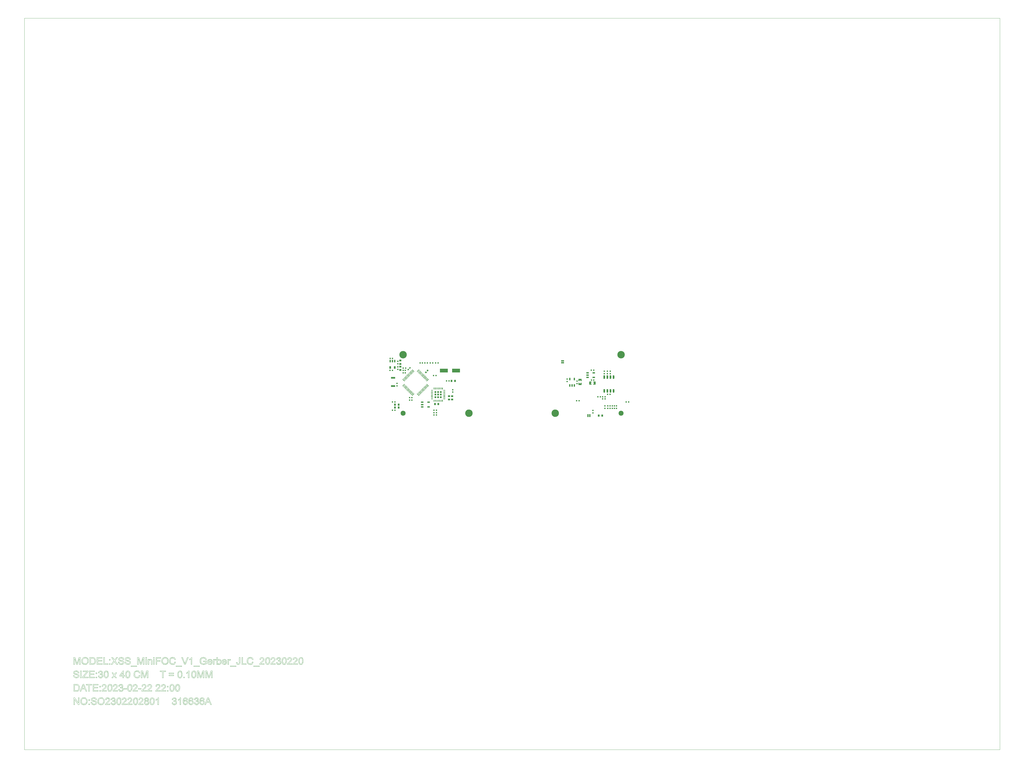
<source format=gbr>
G04 GBRE www.gbre.online gerbercad@foxmail.com   *
%FSTAX35Y35*%
%MOMM*%
%SFA1.000B1.000*%

%MIA0B0*%
%IPPOS*%

%ADD10R,3.19989X1.59995*%
%ADD11R,1.80013X0.69991*%
%ADD12R,0.89992X0.80010*%
%ADD13R,0.59995X1.10007*%
%ADD14R,0.80010X0.89992*%
%ADD15R,0.77754X0.77754*%
%ADD16R,0.77757X0.77757*%
%ADD17R,0.77754X0.77757*%
%ADD18R,0.55000X1.10010*%
%ADD19R,0.64999X1.00000*%
%ADD20R,1.27000X0.50800*%
%ADD21R,0.50800X1.27000*%
%ADD22R,0.55000X1.00000*%
%ADD23R,1.10010X0.55000*%
%ADD24R,1.10008X0.59995*%
%ADD25R,0.49987X0.59995*%
%ADD26R,0.59995X0.49987*%
%ADD27R,0.59995X0.59995*%
%ADD28C,0.06000*%
%ADD29C,0.00000*%

%LNSO2302202801*%
%LPD*%
G36*
X-01617232Y-01199998D02*
G75*
G03X-01922233Y-01199998I-00152500J00000000D01*
G75*
G03X-01617232Y-01199998I00152500J00000000D01*
G37*
G36*
X-04317227Y01199998D02*
G75*
G03X-04622228Y01199998I-00152500J00000000D01*
G75*
G03X-04317227Y01199998I00152500J00000000D01*
G37*
G36*
X01922233Y-01199998D02*
G75*
G03X01617232Y-01199998I-00152500J00000000D01*
G75*
G03X01922233Y-01199998I00152500J00000000D01*
G37*
G36*
X04622228Y01199998D02*
G75*
G03X04317227Y01199998I-00152500J00000000D01*
G75*
G03X04622228Y01199998I00152500J00000000D01*
G37*
G54D10*
X-02295995Y00548983D03*
X-02795994Y00548983D03*
G36*
X04572088Y-01199998D02*
G75*
G03X04367087Y-01199998I-00102500J00000000D01*
G75*
G03X04572088Y-01199998I00102500J00000000D01*
G37*
G36*
X-04367087Y-01199998D02*
G75*
G03X-04572088Y-01199998I-00102500J00000000D01*
G75*
G03X-04367087Y-01199998I00102500J00000000D01*
G37*
G36*
X03425495Y00101003D02*
G01Y-00028994D01*
X03330498*
Y00014338*
X03362164*
Y00057671*
X03330498*
Y00101003*
G37*
G36*
X03165501Y-00028994D02*
G01Y00101003D01*
X03260498*
Y00057671*
X03228832*
Y00014338*
X03260498*
Y-00028994*
G37*
G36*
X02853983Y-00046990D02*
G01X02723985D01*
Y00048007*
X02767318*
Y00016341*
X02810650*
Y00048007*
X02853983*
G37*
G54D11*
X-04878998Y-00086507D03*
X-04878998Y00253486D03*
G36*
X02723985Y00213004D02*
G01X02853983D01*
Y00118007*
X02810650*
Y00149673*
X02767318*
Y00118007*
X02723985*
G37*
G36*
X-03489544Y00255806D02*
G75*
G03X-03505808Y00272069I-00008131J00008131D01*
G01X-03579241Y00198635D01*
G75*
G03X-03562978Y00182372I00008131J-00008131D01*
G37*
G36*
X-03454187Y00220449D02*
G75*
G03X-03470451Y00236712I-00008131J00008131D01*
G01X-03543885Y00163279D01*
G75*
G03X-03527621Y00147015I00008131J-00008131D01*
G37*
G36*
X-03508528Y00127922D02*
G75*
G03X-03492264Y00111658I00008131J-00008131D01*
G01X-03418831Y00185092D01*
G75*
G03X-03435094Y00201356I-00008131J00008131D01*
G37*
G36*
X-04104701Y-00468251D02*
G75*
G03X-04088438Y-00484515I00008131J-00008131D01*
G01X-04015004Y-00411081D01*
G75*
G03X-04031267Y-00394818I-00008131J00008131D01*
G37*
G36*
X-04050361Y-00375724D02*
G75*
G03X-04066624Y-00359461I-00008131J00008131D01*
G01X-04140058Y-00432895D01*
G75*
G03X-04123794Y-00449158I00008131J-00008131D01*
G37*
G36*
X-04175415Y-00397538D02*
G75*
G03X-04159151Y-00413801I00008131J-00008131D01*
G01X-04085717Y-00340367D01*
G75*
G03X-04101981Y-00324104I-00008131J00008131D01*
G37*
G36*
X-04121074Y-00305011D02*
G75*
G03X-04137338Y-00288747I-00008131J00008131D01*
G01X-04210772Y-00362181D01*
G75*
G03X-04194508Y-00378444I00008131J-00008131D01*
G37*
G36*
X-04246128Y-00326824D02*
G75*
G03X-04229865Y-00343088I00008131J-00008131D01*
G01X-04156431Y-00269654D01*
G75*
G03X-04172695Y-00253390I-00008131J00008131D01*
G37*
G36*
X-04281485Y-00291493D02*
G75*
G03X-04265222Y-00307756I00008131J-00008131D01*
G01X-04191788Y-00234322D01*
G75*
G03X-04208051Y-00218059I-00008131J00008131D01*
G37*
G36*
X-04316842Y-00256111D02*
G75*
G03X-04300578Y-00272374I00008131J-00008131D01*
G01X-04227145Y-00198940D01*
G75*
G03X-04243408Y-00182677I-00008131J00008131D01*
G37*
G36*
X-04352199Y-00220779D02*
G75*
G03X-04335935Y-00237043I00008131J-00008131D01*
G01X-04262501Y-00163609D01*
G75*
G03X-04278765Y-00147345I-00008131J00008131D01*
G37*
G36*
X-04387556Y-00185422D02*
G75*
G03X-04371292Y-00201686I00008131J-00008131D01*
G01X-04297858Y-00128252D01*
G75*
G03X-04314122Y-00111989I-00008131J00008131D01*
G37*
G36*
X-04422912Y-00150066D02*
G75*
G03X-04406649Y-00166329I00008131J-00008131D01*
G01X-04333215Y-00092895D01*
G75*
G03X-04349479Y-00076632I-00008131J00008131D01*
G37*
G36*
X-04368572Y-00057538D02*
G75*
G03X-04384835Y-00041275I-00008131J00008131D01*
G01X-04458269Y-00114709D01*
G75*
G03X-04442006Y-00130972I00008131J-00008131D01*
G37*
G36*
X-04493601Y-00079352D02*
G75*
G03X-04477337Y-00095615I00008131J-00008131D01*
G01X-04403903Y-00022182D01*
G75*
G03X-04420167Y-00005918I-00008131J00008131D01*
G37*
G36*
X-03435094Y-00095615D02*
G75*
G03X-03418831Y-00079352I00008131J00008131D01*
G01X-03492264Y-00005918D01*
G75*
G03X-03508528Y-00022182I-00008131J-00008131D01*
G37*
G36*
X-03470451Y-00130972D02*
G75*
G03X-03454187Y-00114709I00008131J00008131D01*
G01X-03527621Y-00041275D01*
G75*
G03X-03543885Y-00057538I-00008131J-00008131D01*
G37*
G36*
X-03505808Y-00166329D02*
G75*
G03X-03489544Y-00150066I00008131J00008131D01*
G01X-03562978Y-00076632D01*
G75*
G03X-03579241Y-00092895I-00008131J-00008131D01*
G37*
G36*
X-03541164Y-00201686D02*
G75*
G03X-03524901Y-00185422I00008131J00008131D01*
G01X-03598335Y-00111989D01*
G75*
G03X-03614598Y-00128252I-00008131J-00008131D01*
G37*
G36*
X-03576521Y-00237043D02*
G75*
G03X-03560258Y-00220779I00008131J00008131D01*
G01X-03633692Y-00147345D01*
G75*
G03X-03649955Y-00163609I-00008131J-00008131D01*
G37*
G36*
X-03614598Y00233992D02*
G75*
G03X-03598335Y00217729I00008131J-00008131D01*
G01X-03524901Y00291163D01*
G75*
G03X-03541164Y00307426I-00008131J00008131D01*
G37*
G36*
X-03647235Y-00307756D02*
G75*
G03X-03630971Y-00291493I00008131J00008131D01*
G01X-03704405Y-00218059D01*
G75*
G03X-03720669Y-00234322I-00008131J-00008131D01*
G37*
G36*
X-03682592Y-00343088D02*
G75*
G03X-03666328Y-00326824I00008131J00008131D01*
G01X-03739762Y-00253390D01*
G75*
G03X-03756025Y-00269654I-00008131J-00008131D01*
G37*
G36*
X-03717948Y-00378444D02*
G75*
G03X-03701685Y-00362181I00008131J00008131D01*
G01X-03775119Y-00288747D01*
G75*
G03X-03791382Y-00305011I-00008131J-00008131D01*
G37*
G36*
X-03753280Y-00413801D02*
G75*
G03X-03737016Y-00397538I00008131J00008131D01*
G01X-03810450Y-00324104D01*
G75*
G03X-03826714Y-00340367I-00008131J-00008131D01*
G37*
G36*
X-03788637Y-00449158D02*
G75*
G03X-03772373Y-00432895I00008131J00008131D01*
G01X-03845807Y-00359461D01*
G75*
G03X-03862070Y-00375724I-00008131J-00008131D01*
G37*
G36*
X-03823993Y-00484515D02*
G75*
G03X-03807730Y-00468251I00008131J00008131D01*
G01X-03881164Y-00394818D01*
G75*
G03X-03897427Y-00411081I-00008131J-00008131D01*
G37*
G36*
X-04420167Y00111658D02*
G75*
G03X-04403903Y00127922I00008131J00008131D01*
G01X-04477337Y00201356D01*
G75*
G03X-04493601Y00185092I-00008131J-00008131D01*
G37*
G36*
X-04384835Y00147015D02*
G75*
G03X-04368572Y00163279I00008131J00008131D01*
G01X-04442006Y00236712D01*
G75*
G03X-04458269Y00220449I-00008131J-00008131D01*
G37*
G36*
X-04349479Y00182372D02*
G75*
G03X-04333215Y00198635I00008131J00008131D01*
G01X-04406649Y00272069D01*
G75*
G03X-04422912Y00255806I-00008131J-00008131D01*
G37*
G36*
X-04314122Y00217729D02*
G75*
G03X-04297858Y00233992I00008131J00008131D01*
G01X-04371292Y00307426D01*
G75*
G03X-04387556Y00291163I-00008131J-00008131D01*
G37*
G36*
X-04278765Y00253086D02*
G75*
G03X-04262501Y00269349I00008131J00008131D01*
G01X-04335935Y00342783D01*
G75*
G03X-04352199Y00326519I-00008131J-00008131D01*
G37*
G36*
X-04243408Y00288442D02*
G75*
G03X-04227145Y00304706I00008131J00008131D01*
G01X-04300578Y00378140D01*
G75*
G03X-04316842Y00361876I-00008131J-00008131D01*
G37*
G36*
X-04208051Y00323799D02*
G75*
G03X-04191788Y00340063I00008131J00008131D01*
G01X-04265222Y00413496D01*
G75*
G03X-04281485Y00397233I-00008131J-00008131D01*
G37*
G36*
X-04172695Y00359131D02*
G75*
G03X-04156431Y00375394I00008131J00008131D01*
G01X-04229865Y00448828D01*
G75*
G03X-04246128Y00432564I-00008131J-00008131D01*
G37*
G36*
X-04137338Y00394487D02*
G75*
G03X-04121074Y00410751I00008131J00008131D01*
G01X-04194508Y00484185D01*
G75*
G03X-04210772Y00467921I-00008131J-00008131D01*
G37*
G36*
X-04101981Y00429844D02*
G75*
G03X-04085717Y00446108I00008131J00008131D01*
G01X-04159151Y00519541D01*
G75*
G03X-04175415Y00503278I-00008131J-00008131D01*
G37*
G36*
X-04066624Y00465201D02*
G75*
G03X-04050361Y00481464I00008131J00008131D01*
G01X-04123794Y00554898D01*
G75*
G03X-04140058Y00538635I-00008131J-00008131D01*
G37*
G36*
X-04031267Y00500558D02*
G75*
G03X-04015004Y00516821I00008131J00008131D01*
G01X-04088438Y00590255D01*
G75*
G03X-04104701Y00573992I-00008131J-00008131D01*
G37*
G36*
X-03649955Y00269349D02*
G75*
G03X-03633692Y00253086I00008131J-00008131D01*
G01X-03560258Y00326519D01*
G75*
G03X-03576521Y00342783I-00008131J00008131D01*
G37*
G36*
X-03595615Y00361876D02*
G75*
G03X-03611878Y00378140I-00008131J00008131D01*
G01X-03685312Y00304706D01*
G75*
G03X-03669048Y00288442I00008131J-00008131D01*
G37*
G36*
X-03630971Y00397233D02*
G75*
G03X-03647235Y00413496I-00008131J00008131D01*
G01X-03720669Y00340063D01*
G75*
G03X-03704405Y00323799I00008131J-00008131D01*
G37*
G36*
X-03666328Y00432564D02*
G75*
G03X-03682592Y00448828I-00008131J00008131D01*
G01X-03756025Y00375394D01*
G75*
G03X-03739762Y00359131I00008131J-00008131D01*
G37*
G36*
X04065981Y-00226905D02*
G75*
G03X04049738Y-00209994I-00016242J00000654D01*
G01Y-00209934D01*
G01X04017226D01*
G01Y-00209994D01*
G75*
G03X04000983Y-00226882I00000000J-00016256D01*
G01Y-00338141D01*
G75*
G03X04017226Y-00355029I00016243J-00000631D01*
G01Y-00355089D01*
G01X04049738D01*
G01Y-00355029D01*
G75*
G03X04065981Y-00338118I00000000J00016256D01*
G37*
G36*
X03938981Y-00226905D02*
G75*
G03X03922738Y-00209994I-00016242J00000654D01*
G01Y-00209934D01*
G01X03890226D01*
G01Y-00209994D01*
G75*
G03X03873983Y-00226882I00000000J-00016256D01*
G01Y-00338141D01*
G75*
G03X03890226Y-00355029I00016243J-00000631D01*
G01Y-00355089D01*
G01X03922738D01*
G01Y-00355029D01*
G75*
G03X03938981Y-00338118I00000000J00016256D01*
G37*
G36*
X04192981Y-00226905D02*
G75*
G03X04176738Y-00209994I-00016242J00000654D01*
G01Y-00209934D01*
G01X04144226D01*
G01Y-00209994D01*
G75*
G03X04127983Y-00226882I00000000J-00016256D01*
G01Y-00338141D01*
G75*
G03X04144226Y-00355029I00016243J-00000631D01*
G01Y-00355089D01*
G01X04176738D01*
G01Y-00355029D01*
G75*
G03X04192981Y-00338118I00000000J00016256D01*
G37*
G36*
X03811981Y-00226905D02*
G75*
G03X03795738Y-00209994I-00016242J00000654D01*
G01Y-00209934D01*
G01X03763226D01*
G01Y-00209994D01*
G75*
G03X03746983Y-00226882I00000000J-00016256D01*
G01Y-00338141D01*
G75*
G03X03763226Y-00355029I00016243J-00000631D01*
G01Y-00355089D01*
G01X03795738D01*
G01Y-00355029D01*
G75*
G03X03811981Y-00338118I00000000J00016256D01*
G37*
G36*
X04065981Y00338093D02*
G75*
G03X04049738Y00355003I-00016242J00000654D01*
G01Y00355064D01*
G01X04017226D01*
G01Y00355003D01*
G75*
G03X04000983Y00338116I00000000J-00016256D01*
G01Y00226856D01*
G75*
G03X04017226Y00209969I00016243J-00000631D01*
G01Y00209908D01*
G01X04049738D01*
G01Y00209969D01*
G75*
G03X04065981Y00226880I00000000J00016256D01*
G37*
G36*
X04192981Y00338093D02*
G75*
G03X04176738Y00355003I-00016242J00000654D01*
G01Y00355064D01*
G01X04144226D01*
G01Y00355003D01*
G75*
G03X04127983Y00338116I00000000J-00016256D01*
G01Y00226856D01*
G75*
G03X04144226Y00209969I00016243J-00000631D01*
G01Y00209908D01*
G01X04176738D01*
G01Y00209969D01*
G75*
G03X04192981Y00226880I00000000J00016256D01*
G37*
G36*
X03938981Y00338093D02*
G75*
G03X03922738Y00355003I-00016242J00000654D01*
G01Y00355064D01*
G01X03890226D01*
G01Y00355003D01*
G75*
G03X03873983Y00338116I00000000J-00016256D01*
G01Y00226856D01*
G75*
G03X03890226Y00209969I00016243J-00000631D01*
G01Y00209908D01*
G01X03922738D01*
G01Y00209969D01*
G75*
G03X03938981Y00226880I00000000J00016256D01*
G37*
G36*
X03811981Y00338093D02*
G75*
G03X03795738Y00355003I-00016242J00000654D01*
G01Y00355064D01*
G01X03763226D01*
G01Y00355003D01*
G75*
G03X03746983Y00338116I00000000J-00016256D01*
G01Y00226856D01*
G75*
G03X03763226Y00209969I00016243J-00000631D01*
G01Y00209908D01*
G01X03795738D01*
G01Y00209969D01*
G75*
G03X03811981Y00226880I00000000J00016256D01*
G37*
G36*
X-03897427Y00516821D02*
G75*
G03X-03881164Y00500558I00008131J-00008131D01*
G01X-03807730Y00573992D01*
G75*
G03X-03823993Y00590255I-00008131J00008131D01*
G37*
G36*
X-03701685Y00467921D02*
G75*
G03X-03717948Y00484185I-00008131J00008131D01*
G01X-03791382Y00410751D01*
G75*
G03X-03775119Y00394487I00008131J-00008131D01*
G37*
G36*
X-03826714Y00446108D02*
G75*
G03X-03810450Y00429844I00008131J-00008131D01*
G01X-03737016Y00503278D01*
G75*
G03X-03753280Y00519541I-00008131J00008131D01*
G37*
G36*
X-03862070Y00481464D02*
G75*
G03X-03845807Y00465201I00008131J-00008131D01*
G01X-03772373Y00538635D01*
G75*
G03X-03788637Y00554898I-00008131J00008131D01*
G37*
G36*
X-03611878Y-00272374D02*
G75*
G03X-03595615Y-00256111I00008131J00008131D01*
G01X-03669048Y-00182677D01*
G75*
G03X-03685312Y-00198940I-00008131J-00008131D01*
G37*
G54D12*
X-02585987Y-00498005D03*
X-04582986Y00712000D03*
G36*
X-03461630Y00512932D02*
G01X-03419207Y00555355D01*
X-03461630Y00597778*
X-03504053Y00555355*
G37*
G36*
X-03532340Y00442222D02*
G01X-03489918Y00484645D01*
X-03532340Y00527067*
X-03574763Y00484645*
G37*
G54D13*
X02365998Y00197980D03*
X02555990Y00197980D03*
G54D12*
X-02585987Y-00638010D03*
X-02460994Y-00498005D03*
X-02460994Y-00638010D03*
G54D14*
X03552991Y-01298004D03*
X-04650982Y-00848017D03*
X-04800994Y-00848017D03*
X-04650982Y-00968007D03*
X-04800994Y-00968007D03*
X-02336991Y00125006D03*
X-02487003Y00125006D03*
G54D12*
X-04582986Y00963003D03*
X-04582986Y00822998D03*
G54D14*
X-03022994Y-00824014D03*
X-03162999Y-00824014D03*
X03692995Y-01298004D03*
G54D12*
X-04582986Y00571995D03*
G54D15*
X-03031985Y-00437604D03*
G54D16*
X-03139741Y-00545360D03*
G54D15*
X-03139741Y-00437604D03*
X-03139741Y-00329848D03*
G36*
X-04191176Y00623481D02*
G01X-04148753Y00665904D01*
X-04184100Y00701250*
X-04226523Y00658827*
G37*
G36*
X-04261887Y00552770D02*
G01X-04219464Y00595193D01*
X-04254810Y00630539*
X-04297233Y00588117*
G37*
G54D16*
X-03031985Y-00545360D03*
G54D15*
X-02924231Y-00329848D03*
X-02924231Y-00437604D03*
G54D17*
X-02924231Y-00545360D03*
G54D18*
X02365998Y-00062014D03*
G54D19*
X-04811002Y00677990D03*
X-05000994Y00677990D03*
G54D20*
X02075549Y00946341D03*
G54D21*
X03108897Y-01295997D03*
X03185097Y-01295997D03*
G54D18*
X02555990Y-00062014D03*
X02460994Y-00062014D03*
G54D22*
X-04811002Y00938009D03*
X-05000994Y00938009D03*
G54D15*
X-03031985Y-00329848D03*
G54D22*
X-04905998Y00938009D03*
G54D23*
X03092997Y00456984D03*
X03092997Y00361988D03*
X03092997Y00266992D03*
G54D24*
X03352991Y00456984D03*
X03352991Y00266992D03*
G54D23*
X-03684994Y-00751015D03*
X-03684994Y-00846011D03*
X-03684994Y-00941007D03*
G54D24*
X-03425000Y-00751015D03*
X-03425000Y-00941007D03*
G54D20*
X02075549Y00870141D03*
G54D25*
X02666988Y00015989D03*
X02666988Y00115989D03*
X02255000Y00096990D03*
X02255000Y00196990D03*
G54D26*
X03916998Y-00424015D03*
X04016998Y-00424015D03*
X03254287Y00158001D03*
X03354286Y00158001D03*
X03252001Y00566992D03*
X03352000Y00566992D03*
X03714001Y-00612991D03*
X03814001Y-00612991D03*
G54D25*
X-04684002Y00601993D03*
X-04684002Y00701992D03*
X-04384002Y00455994D03*
X-04384002Y00555993D03*
X-04684002Y00825995D03*
X-04684002Y00925995D03*
X-03100007Y-01181011D03*
X-03100007Y-01081011D03*
X-04466984Y00456984D03*
G54D27*
X04779379Y-00735012D03*
X04679379Y-00735012D03*
X-03673996Y00863003D03*
X-03773996Y00863003D03*
X-03035999Y00863003D03*
X-03135999Y00863003D03*
X-03257004Y00863003D03*
X-03357004Y00863003D03*
X-03473997Y00863003D03*
X-03573996Y00863003D03*
X-04901985Y01050836D03*
X-05001984Y01050836D03*
X-04801985Y-01074991D03*
G54D25*
X-04466984Y00556984D03*
G54D27*
X-04901985Y-01074991D03*
X-04801985Y-00741997D03*
X-04901985Y-00741997D03*
X-02588984Y00125006D03*
X-02688984Y00125006D03*
G54D26*
X02746998Y-00684009D03*
X02646998Y-00684009D03*
G54D27*
X03622002Y-00525996D03*
X03522003Y-00525996D03*
X03814001Y-00525996D03*
X03714001Y-00525996D03*
X-04203002Y-00563004D03*
X-04203002Y-00663004D03*
X-04112984Y-00563004D03*
X-04112984Y-00663004D03*
X-03198991Y-01081011D03*
X-03198991Y-01181011D03*
X03314993Y-01084009D03*
X03314993Y-01184008D03*
X04107981Y-00900011D03*
X04107981Y-01000011D03*
X03779990Y00525005D03*
X03779990Y00425005D03*
X04017988Y-00900011D03*
X04017988Y-01000011D03*
X04195458Y-00900011D03*
G54D25*
X-04716006Y-00078016D03*
X-04716006Y00021984D03*
X-02430996Y-00336004D03*
X-02430996Y-00236004D03*
G54D26*
X-05004982Y00553987D03*
X-04904982Y00553987D03*
X-03201988Y-01270013D03*
G54D27*
X04030003Y00425005D03*
X04030003Y00525005D03*
X03909988Y00425005D03*
G54D26*
X-03101988Y-01270013D03*
X-04466984Y00648983D03*
X-04366984Y00648983D03*
X-03216872Y00340855D03*
X-03116873Y00340855D03*
G54D27*
X03909988Y00525005D03*
X04285450Y-01000011D03*
X04285450Y-00900011D03*
X03809988Y-01000011D03*
X03809988Y-00900011D03*
X03927996Y-01000011D03*
X03927996Y-00900011D03*
X04195458Y-01000011D03*
G36*
X-02843001Y-00151324D02*
G75*
G03X-02861001Y-00151324I-00009000J00000000D01*
G01Y-00219041D01*
G75*
G03X-02843001Y-00219041I00009000J00000000D01*
G37*
G36*
X-02882981Y-00151324D02*
G75*
G03X-02900981Y-00151324I-00009000J00000000D01*
G01Y-00219041D01*
G75*
G03X-02882981Y-00219041I00009000J00000000D01*
G37*
G36*
X-02922986Y-00151324D02*
G75*
G03X-02940986Y-00151324I-00009000J00000000D01*
G01Y-00219041D01*
G75*
G03X-02922986Y-00219041I00009000J00000000D01*
G37*
G36*
X-02962991Y-00151324D02*
G75*
G03X-02980991Y-00151324I-00009000J00000000D01*
G01Y-00219041D01*
G75*
G03X-02962991Y-00219041I00009000J00000000D01*
G37*
G36*
X-03002996Y-00151324D02*
G75*
G03X-03020996Y-00151324I-00009000J00000000D01*
G01Y-00219041D01*
G75*
G03X-03002996Y-00219041I00009000J00000000D01*
G37*
G36*
X-03043001Y-00151324D02*
G75*
G03X-03061001Y-00151324I-00009000J00000000D01*
G01Y-00219041D01*
G75*
G03X-03043001Y-00219041I00009000J00000000D01*
G37*
G36*
X-03082981Y-00151324D02*
G75*
G03X-03100981Y-00151324I-00009000J00000000D01*
G01Y-00219041D01*
G75*
G03X-03082981Y-00219041I00009000J00000000D01*
G37*
G36*
X-03122986Y-00151324D02*
G75*
G03X-03140986Y-00151324I-00009000J00000000D01*
G01Y-00219041D01*
G75*
G03X-03122986Y-00219041I00009000J00000000D01*
G37*
G36*
X-03162991Y-00151324D02*
G75*
G03X-03180991Y-00151324I-00009000J00000000D01*
G01Y-00219041D01*
G75*
G03X-03162991Y-00219041I00009000J00000000D01*
G37*
G36*
X-03202996Y-00151324D02*
G75*
G03X-03220996Y-00151324I-00009000J00000000D01*
G01Y-00219041D01*
G75*
G03X-03202996Y-00219041I00009000J00000000D01*
G37*
G36*
X-03202996Y-00656141D02*
G75*
G03X-03220996Y-00656141I-00009000J00000000D01*
G01Y-00723859D01*
G75*
G03X-03202996Y-00723859I00009000J00000000D01*
G37*
G36*
X-03162991Y-00656141D02*
G75*
G03X-03180991Y-00656141I-00009000J00000000D01*
G01Y-00723859D01*
G75*
G03X-03162991Y-00723859I00009000J00000000D01*
G37*
G36*
X-03122986Y-00656141D02*
G75*
G03X-03140986Y-00656141I-00009000J00000000D01*
G01Y-00723859D01*
G75*
G03X-03122986Y-00723859I00009000J00000000D01*
G37*
G36*
X-03082981Y-00656141D02*
G75*
G03X-03100981Y-00656141I-00009000J00000000D01*
G01Y-00723859D01*
G75*
G03X-03082981Y-00723859I00009000J00000000D01*
G37*
G36*
X-03043001Y-00656141D02*
G75*
G03X-03061001Y-00656141I-00009000J00000000D01*
G01Y-00723859D01*
G75*
G03X-03043001Y-00723859I00009000J00000000D01*
G37*
G36*
X-03002996Y-00656141D02*
G75*
G03X-03020996Y-00656141I-00009000J00000000D01*
G01Y-00723859D01*
G75*
G03X-03002996Y-00723859I00009000J00000000D01*
G37*
G36*
X-02962991Y-00656141D02*
G75*
G03X-02980991Y-00656141I-00009000J00000000D01*
G01Y-00723859D01*
G75*
G03X-02962991Y-00723859I00009000J00000000D01*
G37*
G36*
X-02922986Y-00656141D02*
G75*
G03X-02940986Y-00656141I-00009000J00000000D01*
G01Y-00723859D01*
G75*
G03X-02922986Y-00723859I00009000J00000000D01*
G37*
G36*
X-02882981Y-00656141D02*
G75*
G03X-02900981Y-00656141I-00009000J00000000D01*
G01Y-00723859D01*
G75*
G03X-02882981Y-00723859I00009000J00000000D01*
G37*
G36*
X-02843001Y-00656141D02*
G75*
G03X-02861001Y-00656141I-00009000J00000000D01*
G01Y-00723859D01*
G75*
G03X-02843001Y-00723859I00009000J00000000D01*
G37*
G36*
X-03250548Y-00266594D02*
G75*
G03X-03250548Y-00248594I00000000J00009000D01*
G01X-03318266D01*
G75*
G03X-03318266Y-00266594I00000000J-00009000D01*
G37*
G36*
X-03250548Y-00306599D02*
G75*
G03X-03250548Y-00288599I00000000J00009000D01*
G01X-03318266D01*
G75*
G03X-03318266Y-00306599I00000000J-00009000D01*
G37*
G36*
X-03250548Y-00346604D02*
G75*
G03X-03250548Y-00328604I00000000J00009000D01*
G01X-03318266D01*
G75*
G03X-03318266Y-00346604I00000000J-00009000D01*
G37*
G36*
X-03250548Y-00386584D02*
G75*
G03X-03250548Y-00368584I00000000J00009000D01*
G01X-03318266D01*
G75*
G03X-03318266Y-00386584I00000000J-00009000D01*
G37*
G36*
X-03250548Y-00426589D02*
G75*
G03X-03250548Y-00408589I00000000J00009000D01*
G01X-03318266D01*
G75*
G03X-03318266Y-00426589I00000000J-00009000D01*
G37*
G36*
X-03250548Y-00466594D02*
G75*
G03X-03250548Y-00448594I00000000J00009000D01*
G01X-03318266D01*
G75*
G03X-03318266Y-00466594I00000000J-00009000D01*
G37*
G36*
X-03250548Y-00546604D02*
G75*
G03X-03250548Y-00528604I00000000J00009000D01*
G01X-03318266D01*
G75*
G03X-03318266Y-00546604I00000000J-00009000D01*
G37*
G36*
X-03250548Y-00586583D02*
G75*
G03X-03250548Y-00568583I00000000J00009000D01*
G01X-03318266D01*
G75*
G03X-03318266Y-00586583I00000000J-00009000D01*
G37*
G36*
X-03250548Y-00626588D02*
G75*
G03X-03250548Y-00608588I00000000J00009000D01*
G01X-03318266D01*
G75*
G03X-03318266Y-00626588I00000000J-00009000D01*
G37*
G36*
X-02745731Y-00626588D02*
G75*
G03X-02745731Y-00608588I00000000J00009000D01*
G01X-02813449D01*
G75*
G03X-02813449Y-00626588I00000000J-00009000D01*
G37*
G36*
X-02745731Y-00586583D02*
G75*
G03X-02745731Y-00568583I00000000J00009000D01*
G01X-02813449D01*
G75*
G03X-02813449Y-00586583I00000000J-00009000D01*
G37*
G36*
X-02745731Y-00546604D02*
G75*
G03X-02745731Y-00528604I00000000J00009000D01*
G01X-02813449D01*
G75*
G03X-02813449Y-00546604I00000000J-00009000D01*
G37*
G36*
X-02745731Y-00506599D02*
G75*
G03X-02745731Y-00488599I00000000J00009000D01*
G01X-02813449D01*
G75*
G03X-02813449Y-00506599I00000000J-00009000D01*
G37*
G36*
X-02745731Y-00466594D02*
G75*
G03X-02745731Y-00448594I00000000J00009000D01*
G01X-02813449D01*
G75*
G03X-02813449Y-00466594I00000000J-00009000D01*
G37*
G36*
X-02745731Y-00426589D02*
G75*
G03X-02745731Y-00408589I00000000J00009000D01*
G01X-02813449D01*
G75*
G03X-02813449Y-00426589I00000000J-00009000D01*
G37*
G36*
X-02745731Y-00386584D02*
G75*
G03X-02745731Y-00368584I00000000J00009000D01*
G01X-02813449D01*
G75*
G03X-02813449Y-00386584I00000000J-00009000D01*
G37*
G36*
X-02745731Y-00346604D02*
G75*
G03X-02745731Y-00328604I00000000J00009000D01*
G01X-02813449D01*
G75*
G03X-02813449Y-00346604I00000000J-00009000D01*
G37*
G36*
X-02745731Y-00306599D02*
G75*
G03X-02745731Y-00288599I00000000J00009000D01*
G01X-02813449D01*
G75*
G03X-02813449Y-00306599I00000000J-00009000D01*
G37*
G36*
X-02745731Y-00266594D02*
G75*
G03X-02745731Y-00248594I00000000J00009000D01*
G01X-02813449D01*
G75*
G03X-02813449Y-00266594I00000000J-00009000D01*
G37*
G36*
X-03250548Y-00506599D02*
G75*
G03X-03250548Y-00488599I00000000J00009000D01*
G01X-03318266D01*
G75*
G03X-03318266Y-00506599I00000000J-00009000D01*
G37*
G54D28*
X-17987772Y-11502110D02*
G01*
Y-11209884D01*
G01*
X-17926251D01*
G01*
X-17861653Y-11415980D01*
G01*
X-17852425Y-11443664D01*
G01*
X-17846273Y-11462121D01*
G01*
X-17843197Y-11440588D01*
G01*
X-17833969Y-11412904D01*
G01*
X-17769371Y-11209884D01*
G01*
X-17707850D01*
G01*
Y-11502110D01*
G01*
X-17747839D01*
G01*
Y-11252949D01*
G01*
X-17827817Y-11502110D01*
G01*
X-17870881D01*
G01*
X-17947783Y-11252949D01*
G01*
Y-11502110D01*
G01*
X-17987772D01*
X-17655557Y-11360611D02*
G01*
X-17652481Y-11326774D01*
G01*
X-17646329Y-11296013D01*
G01*
X-17634025Y-11271405D01*
G01*
X-17615568Y-11246796D01*
G01*
X-17594036Y-11231416D01*
G01*
X-17572503Y-11216036D01*
G01*
X-17544819Y-11209884D01*
G01*
X-17514058Y-11206808D01*
G01*
X-17477145Y-11212960D01*
G01*
X-17443309Y-11225264D01*
G01*
X-17412548Y-11249872D01*
G01*
X-17394092Y-11280633D01*
G01*
X-17378711Y-11314470D01*
G01*
X-17375635Y-11357535D01*
G01*
X-17378711Y-11397523D01*
G01*
X-17394092Y-11434436D01*
G01*
X-17415624Y-11465197D01*
G01*
X-17443309Y-11486729D01*
G01*
X-17477145Y-11502110D01*
G01*
X-17514058Y-11505186D01*
G01*
X-17554047Y-11499034D01*
G01*
X-17587884Y-11486729D01*
G01*
X-17618644Y-11462121D01*
G01*
X-17640177Y-11431360D01*
G01*
X-17652481Y-11397523D01*
G01*
X-17655557Y-11360611D01*
X-17615568Y-11360611D02*
G01*
X-17612492Y-11385219D01*
G01*
X-17609416Y-11406752D01*
G01*
X-17600188Y-11425208D01*
G01*
X-17587884Y-11440588D01*
G01*
X-17572503Y-11455969D01*
G01*
X-17554047Y-11465197D01*
G01*
X-17535591Y-11468273D01*
G01*
X-17517134Y-11471349D01*
G01*
X-17495602Y-11468273D01*
G01*
X-17477145Y-11465197D01*
G01*
X-17458689Y-11455969D01*
G01*
X-17443309Y-11440588D01*
G01*
X-17431004Y-11425208D01*
G01*
X-17421776Y-11406752D01*
G01*
X-17418700Y-11382143D01*
G01*
X-17415624Y-11357535D01*
G01*
X-17418700Y-11323698D01*
G01*
X-17427928Y-11296013D01*
G01*
X-17443309Y-11271405D01*
G01*
X-17461765Y-11256025D01*
G01*
X-17486374Y-11243720D01*
G01*
X-17514058Y-11240644D01*
G01*
X-17535591Y-11243720D01*
G01*
X-17554047Y-11246796D01*
G01*
X-17569427Y-11256025D01*
G01*
X-17584808Y-11268329D01*
G01*
X-17600188Y-11283709D01*
G01*
X-17609416Y-11305242D01*
G01*
X-17612492Y-11329850D01*
G01*
X-17615568Y-11360611D01*
X-17323342Y-11502110D02*
G01*
Y-11209884D01*
G01*
X-17221832D01*
G01*
X-17191072D01*
G01*
X-17169539Y-11212960D01*
G01*
X-17144931Y-11222188D01*
G01*
X-17126474Y-11234492D01*
G01*
X-17104942Y-11259101D01*
G01*
X-17092638Y-11286785D01*
G01*
X-17083409Y-11317546D01*
G01*
X-17080333Y-11354459D01*
G01*
X-17083409Y-11385219D01*
G01*
X-17089562Y-11412904D01*
G01*
X-17095714Y-11437512D01*
G01*
X-17108018Y-11455969D01*
G01*
X-17120322Y-11471349D01*
G01*
X-17135702Y-11483653D01*
G01*
X-17151083Y-11492881D01*
G01*
X-17169539Y-11495957D01*
G01*
X-17191072Y-11502110D01*
G01*
X-17218756D01*
G01*
X-17323342D01*
X-17283353Y-11468273D02*
G01*
X-17221832D01*
G01*
X-17194148D01*
G01*
X-17175691Y-11462121D01*
G01*
X-17160311Y-11455969D01*
G01*
X-17148007Y-11446740D01*
G01*
X-17135702Y-11431360D01*
G01*
X-17126474Y-11409828D01*
G01*
X-17123398Y-11385219D01*
G01*
X-17120322Y-11354459D01*
G01*
X-17123398Y-11314470D01*
G01*
X-17135702Y-11283709D01*
G01*
X-17151083Y-11262177D01*
G01*
X-17172615Y-11249872D01*
G01*
X-17191072Y-11246796D01*
G01*
X-17221832Y-11243720D01*
G01*
X-17283353D01*
G01*
Y-11468273D01*
X-17028040Y-11502110D02*
G01*
Y-11209884D01*
G01*
X-16815792D01*
G01*
Y-11243720D01*
G01*
X-16988051D01*
G01*
Y-11332926D01*
G01*
X-16828096D01*
G01*
Y-11366763D01*
G01*
X-16988051D01*
G01*
Y-11468273D01*
G01*
X-16809640D01*
G01*
Y-11502110D01*
G01*
X-17028040D01*
X-16754271Y-11502110D02*
G01*
Y-11209884D01*
G01*
X-16714282D01*
G01*
Y-11468273D01*
G01*
X-16572783D01*
G01*
Y-11502110D01*
G01*
X-16754271D01*
X-16523566Y-11326774D02*
G01*
Y-11289861D01*
G01*
X-16486653D01*
G01*
Y-11326774D01*
G01*
X-16523566D01*
X-16523566Y-11502110D02*
G01*
Y-11465197D01*
G01*
X-16486653D01*
G01*
Y-11502110D01*
G01*
X-16523566D01*
X-16443588Y-11502110D02*
G01*
X-16332850Y-11348306D01*
G01*
X-16428208Y-11209884D01*
G01*
X-16382067D01*
G01*
X-16329774Y-11283709D01*
G01*
X-16317470Y-11302166D01*
G01*
X-16308242Y-11317546D01*
G01*
X-16299013Y-11302166D01*
G01*
X-16286709Y-11286785D01*
G01*
X-16228264Y-11209884D01*
G01*
X-16182123D01*
G01*
X-16283633Y-11348306D01*
G01*
X-16175971Y-11502110D01*
G01*
X-16225188D01*
G01*
X-16299013Y-11397523D01*
G01*
X-16308242Y-11382143D01*
G01*
X-16317470Y-11394447D01*
G01*
X-16323622Y-11400600D01*
G01*
X-16394371Y-11502110D01*
G01*
X-16443588D01*
X-16154438Y-11400600D02*
G01*
X-16114450D01*
G01*
X-16111374Y-11422132D01*
G01*
X-16102145Y-11437512D01*
G01*
X-16089841Y-11452893D01*
G01*
X-16074461Y-11462121D01*
G01*
X-16052928Y-11468273D01*
G01*
X-16031396Y-11471349D01*
G01*
X-16009864D01*
G01*
X-15994483Y-11465197D01*
G01*
X-15979103Y-11455969D01*
G01*
X-15969875Y-11446740D01*
G01*
X-15963723Y-11434436D01*
G01*
X-15960647Y-11422132D01*
G01*
Y-11409828D01*
G01*
X-15966799Y-11397523D01*
G01*
X-15976027Y-11388295D01*
G01*
X-15991407Y-11382143D01*
G01*
X-16000635Y-11379067D01*
G01*
X-16009864Y-11375991D01*
G01*
X-16025244Y-11372915D01*
G01*
X-16043700Y-11366763D01*
G01*
X-16077537Y-11357535D01*
G01*
X-16099069Y-11348306D01*
G01*
X-16117526Y-11339078D01*
G01*
X-16129830Y-11323698D01*
G01*
X-16139058Y-11305242D01*
G01*
X-16142134Y-11286785D01*
G01*
X-16139058Y-11265253D01*
G01*
X-16129830Y-11246796D01*
G01*
X-16114450Y-11228340D01*
G01*
X-16092917Y-11216036D01*
G01*
X-16065233Y-11209884D01*
G01*
X-16037548Y-11206808D01*
G01*
X-16006787Y-11209884D01*
G01*
X-15979103Y-11216036D01*
G01*
X-15957570Y-11231416D01*
G01*
X-15942190Y-11246796D01*
G01*
X-15929886Y-11268329D01*
G01*
X-15926810Y-11292937D01*
G01*
X-15966799D01*
G01*
X-15972951Y-11271405D01*
G01*
X-15985255Y-11252949D01*
G01*
X-16006787Y-11243720D01*
G01*
X-16037548Y-11240644D01*
G01*
X-16065233Y-11243720D01*
G01*
X-16086765Y-11252949D01*
G01*
X-16099069Y-11268329D01*
G01*
X-16102145Y-11283709D01*
G01*
X-16099069Y-11299089D01*
G01*
X-16089841Y-11308318D01*
G01*
X-16083689Y-11314470D01*
G01*
X-16071385Y-11320622D01*
G01*
X-16056004Y-11326774D01*
G01*
X-16034472Y-11329850D01*
G01*
X-16012940Y-11336002D01*
G01*
X-15994483Y-11339078D01*
G01*
X-15982179Y-11345230D01*
G01*
X-15969875Y-11348306D01*
G01*
X-15948342Y-11360611D01*
G01*
X-15932962Y-11379067D01*
G01*
X-15923734Y-11397523D01*
G01*
X-15920658Y-11419056D01*
G01*
X-15923734Y-11440588D01*
G01*
X-15932962Y-11462121D01*
G01*
X-15951418Y-11480577D01*
G01*
X-15972951Y-11492881D01*
G01*
X-16000635Y-11502110D01*
G01*
X-16028320Y-11505186D01*
G01*
X-16065233Y-11502110D01*
G01*
X-16095993Y-11492881D01*
G01*
X-16120602Y-11477501D01*
G01*
X-16139058Y-11455969D01*
G01*
X-16151362Y-11431360D01*
G01*
X-16154438Y-11400600D01*
X-15880669Y-11400600D02*
G01*
X-15840680D01*
G01*
X-15837604Y-11422132D01*
G01*
X-15828376Y-11437512D01*
G01*
X-15816072Y-11452893D01*
G01*
X-15800691Y-11462121D01*
G01*
X-15779159Y-11468273D01*
G01*
X-15757626Y-11471349D01*
G01*
X-15736094D01*
G01*
X-15720714Y-11465197D01*
G01*
X-15705333Y-11455969D01*
G01*
X-15696105Y-11446740D01*
G01*
X-15689953Y-11434436D01*
G01*
X-15686877Y-11422132D01*
G01*
Y-11409828D01*
G01*
X-15693029Y-11397523D01*
G01*
X-15702257Y-11388295D01*
G01*
X-15717638Y-11382143D01*
G01*
X-15726866Y-11379067D01*
G01*
X-15736094Y-11375991D01*
G01*
X-15751474Y-11372915D01*
G01*
X-15769931Y-11366763D01*
G01*
X-15803767Y-11357535D01*
G01*
X-15825300Y-11348306D01*
G01*
X-15843756Y-11339078D01*
G01*
X-15856060Y-11323698D01*
G01*
X-15865289Y-11305242D01*
G01*
X-15868365Y-11286785D01*
G01*
X-15865289Y-11265253D01*
G01*
X-15856060Y-11246796D01*
G01*
X-15840680Y-11228340D01*
G01*
X-15819148Y-11216036D01*
G01*
X-15791463Y-11209884D01*
G01*
X-15763779Y-11206808D01*
G01*
X-15733018Y-11209884D01*
G01*
X-15705333Y-11216036D01*
G01*
X-15683801Y-11231416D01*
G01*
X-15668421Y-11246796D01*
G01*
X-15656116Y-11268329D01*
G01*
X-15653040Y-11292937D01*
G01*
X-15693029D01*
G01*
X-15699181Y-11271405D01*
G01*
X-15711485Y-11252949D01*
G01*
X-15733018Y-11243720D01*
G01*
X-15763779Y-11240644D01*
G01*
X-15791463Y-11243720D01*
G01*
X-15812996Y-11252949D01*
G01*
X-15825300Y-11268329D01*
G01*
X-15828376Y-11283709D01*
G01*
X-15825300Y-11299089D01*
G01*
X-15816072Y-11308318D01*
G01*
X-15809919Y-11314470D01*
G01*
X-15797615Y-11320622D01*
G01*
X-15782235Y-11326774D01*
G01*
X-15760702Y-11329850D01*
G01*
X-15739170Y-11336002D01*
G01*
X-15720714Y-11339078D01*
G01*
X-15708409Y-11345230D01*
G01*
X-15696105Y-11348306D01*
G01*
X-15674573Y-11360611D01*
G01*
X-15659192Y-11379067D01*
G01*
X-15649964Y-11397523D01*
G01*
X-15646888Y-11419056D01*
G01*
X-15649964Y-11440588D01*
G01*
X-15659192Y-11462121D01*
G01*
X-15677649Y-11480577D01*
G01*
X-15699181Y-11492881D01*
G01*
X-15726866Y-11502110D01*
G01*
X-15754550Y-11505186D01*
G01*
X-15791463Y-11502110D01*
G01*
X-15822224Y-11492881D01*
G01*
X-15846832Y-11477501D01*
G01*
X-15865289Y-11455969D01*
G01*
X-15877593Y-11431360D01*
G01*
X-15880669Y-11400600D01*
X-15631508Y-11582087D02*
G01*
Y-11557479D01*
G01*
X-15394651D01*
G01*
Y-11582087D01*
G01*
X-15631508D01*
X-15370043Y-11502110D02*
G01*
Y-11209884D01*
G01*
X-15308521D01*
G01*
X-15243924Y-11415980D01*
G01*
X-15234696Y-11443664D01*
G01*
X-15228544Y-11462121D01*
G01*
X-15225468Y-11440588D01*
G01*
X-15216239Y-11412904D01*
G01*
X-15151642Y-11209884D01*
G01*
X-15090121D01*
G01*
Y-11502110D01*
G01*
X-15130110D01*
G01*
Y-11252949D01*
G01*
X-15210087Y-11502110D01*
G01*
X-15253152D01*
G01*
X-15330054Y-11252949D01*
G01*
Y-11502110D01*
G01*
X-15370043D01*
X-15028600Y-11246796D02*
G01*
Y-11209884D01*
G01*
X-14991687D01*
G01*
Y-11246796D01*
G01*
X-15028600D01*
X-15028600Y-11502110D02*
G01*
Y-11289861D01*
G01*
X-14991687D01*
G01*
Y-11502110D01*
G01*
X-15028600D01*
X-14936318Y-11502110D02*
G01*
Y-11289861D01*
G01*
X-14899405D01*
G01*
Y-11320622D01*
G01*
X-14887101Y-11305242D01*
G01*
X-14871720Y-11296013D01*
G01*
X-14853264Y-11289861D01*
G01*
X-14834808Y-11286785D01*
G01*
X-14816351Y-11289861D01*
G01*
X-14800971Y-11292937D01*
G01*
X-14785591Y-11302166D01*
G01*
X-14776362Y-11311394D01*
G01*
X-14767134Y-11339078D01*
G01*
X-14764058Y-11351383D01*
G01*
Y-11372915D01*
G01*
Y-11502110D01*
G01*
X-14800971D01*
G01*
Y-11375991D01*
G01*
Y-11357535D01*
G01*
X-14804047Y-11345230D01*
G01*
X-14810199Y-11336002D01*
G01*
X-14819427Y-11326774D01*
G01*
X-14831732Y-11323698D01*
G01*
X-14844036Y-11320622D01*
G01*
X-14865568Y-11323698D01*
G01*
X-14884025Y-11336002D01*
G01*
X-14890177Y-11345230D01*
G01*
X-14896329Y-11354459D01*
G01*
X-14899405Y-11369839D01*
G01*
Y-11388295D01*
G01*
Y-11502110D01*
G01*
X-14936318D01*
X-14708689Y-11246796D02*
G01*
Y-11209884D01*
G01*
X-14671776D01*
G01*
Y-11246796D01*
G01*
X-14708689D01*
X-14708689Y-11502110D02*
G01*
Y-11289861D01*
G01*
X-14671776D01*
G01*
Y-11502110D01*
G01*
X-14708689D01*
X-14610255Y-11502110D02*
G01*
Y-11209884D01*
G01*
X-14413387D01*
G01*
Y-11243720D01*
G01*
X-14570266D01*
G01*
Y-11336002D01*
G01*
X-14437996D01*
G01*
Y-11369839D01*
G01*
X-14570266D01*
G01*
Y-11502110D01*
G01*
X-14610255D01*
X-14376474Y-11360611D02*
G01*
X-14373398Y-11326774D01*
G01*
X-14367246Y-11296013D01*
G01*
X-14354942Y-11271405D01*
G01*
X-14336485Y-11246796D01*
G01*
X-14314953Y-11231416D01*
G01*
X-14293421Y-11216036D01*
G01*
X-14265736Y-11209884D01*
G01*
X-14234975Y-11206808D01*
G01*
X-14198063Y-11212960D01*
G01*
X-14164226Y-11225264D01*
G01*
X-14133465Y-11249872D01*
G01*
X-14115009Y-11280633D01*
G01*
X-14099629Y-11314470D01*
G01*
X-14096553Y-11357535D01*
G01*
X-14099629Y-11397523D01*
G01*
X-14115009Y-11434436D01*
G01*
X-14136541Y-11465197D01*
G01*
X-14164226Y-11486729D01*
G01*
X-14198063Y-11502110D01*
G01*
X-14234975Y-11505186D01*
G01*
X-14274964Y-11499034D01*
G01*
X-14308801Y-11486729D01*
G01*
X-14339562Y-11462121D01*
G01*
X-14361094Y-11431360D01*
G01*
X-14373398Y-11397523D01*
G01*
X-14376474Y-11360611D01*
X-14336485Y-11360611D02*
G01*
X-14333409Y-11385219D01*
G01*
X-14330333Y-11406752D01*
G01*
X-14321105Y-11425208D01*
G01*
X-14308801Y-11440588D01*
G01*
X-14293421Y-11455969D01*
G01*
X-14274964Y-11465197D01*
G01*
X-14256508Y-11468273D01*
G01*
X-14238051Y-11471349D01*
G01*
X-14216519Y-11468273D01*
G01*
X-14198063Y-11465197D01*
G01*
X-14179606Y-11455969D01*
G01*
X-14164226Y-11440588D01*
G01*
X-14151922Y-11425208D01*
G01*
X-14142694Y-11406752D01*
G01*
X-14139617Y-11382143D01*
G01*
X-14136541Y-11357535D01*
G01*
X-14139617Y-11323698D01*
G01*
X-14148846Y-11296013D01*
G01*
X-14164226Y-11271405D01*
G01*
X-14182682Y-11256025D01*
G01*
X-14207291Y-11243720D01*
G01*
X-14234975Y-11240644D01*
G01*
X-14256508Y-11243720D01*
G01*
X-14274964Y-11246796D01*
G01*
X-14290345Y-11256025D01*
G01*
X-14305725Y-11268329D01*
G01*
X-14321105Y-11283709D01*
G01*
X-14330333Y-11305242D01*
G01*
X-14333409Y-11329850D01*
G01*
X-14336485Y-11360611D01*
X-13841239Y-11397523D02*
G01*
X-13801251Y-11409828D01*
G01*
X-13816631Y-11449817D01*
G01*
X-13844315Y-11480577D01*
G01*
X-13862772Y-11492881D01*
G01*
X-13881228Y-11499034D01*
G01*
X-13899685Y-11505186D01*
G01*
X-13921217D01*
G01*
X-13964282Y-11502110D01*
G01*
X-13998119Y-11486729D01*
G01*
X-14025803Y-11462121D01*
G01*
X-14044260Y-11431360D01*
G01*
X-14056564Y-11394447D01*
G01*
X-14059640Y-11354459D01*
G01*
X-14056564Y-11311394D01*
G01*
X-14041183Y-11274481D01*
G01*
X-14022727Y-11246796D01*
G01*
X-13991966Y-11225264D01*
G01*
X-13958130Y-11212960D01*
G01*
X-13921217Y-11206808D01*
G01*
X-13881228Y-11212960D01*
G01*
X-13847391Y-11228340D01*
G01*
X-13822783Y-11256025D01*
G01*
X-13807403Y-11292937D01*
G01*
X-13847391Y-11299089D01*
G01*
X-13859696Y-11274481D01*
G01*
X-13875076Y-11256025D01*
G01*
X-13896609Y-11243720D01*
G01*
X-13924293Y-11240644D01*
G01*
X-13955054Y-11243720D01*
G01*
X-13979662Y-11256025D01*
G01*
X-13998119Y-11274481D01*
G01*
X-14010423Y-11299089D01*
G01*
X-14016575Y-11326774D01*
G01*
X-14019651Y-11354459D01*
G01*
X-14016575Y-11388295D01*
G01*
X-14007347Y-11419056D01*
G01*
X-13995043Y-11440588D01*
G01*
X-13976586Y-11459045D01*
G01*
X-13951978Y-11468273D01*
G01*
X-13927369Y-11471349D01*
G01*
X-13896609Y-11468273D01*
G01*
X-13872000Y-11452893D01*
G01*
X-13853544Y-11431360D01*
G01*
X-13841239Y-11397523D01*
X-13788946Y-11582087D02*
G01*
Y-11557479D01*
G01*
X-13552089D01*
G01*
Y-11582087D01*
G01*
X-13788946D01*
X-13438275Y-11502110D02*
G01*
X-13558242Y-11209884D01*
G01*
X-13515177D01*
G01*
X-13435199Y-11419056D01*
G01*
X-13416743Y-11468273D01*
G01*
X-13401362Y-11419056D01*
G01*
X-13321385Y-11209884D01*
G01*
X-13278320D01*
G01*
X-13395210Y-11502110D01*
G01*
X-13438275D01*
X-13130669Y-11502110D02*
G01*
X-13167582D01*
G01*
Y-11274481D01*
G01*
X-13182962Y-11286785D01*
G01*
X-13201418Y-11299089D01*
G01*
X-13219875Y-11311394D01*
G01*
X-13238331Y-11317546D01*
G01*
Y-11283709D01*
G01*
X-13210647Y-11268329D01*
G01*
X-13186038Y-11249872D01*
G01*
X-13167582Y-11228340D01*
G01*
X-13155277Y-11209884D01*
G01*
X-13130669D01*
G01*
Y-11502110D01*
X-13059919Y-11582087D02*
G01*
Y-11557479D01*
G01*
X-12823063D01*
G01*
Y-11582087D01*
G01*
X-13059919D01*
X-12656955Y-11388295D02*
G01*
Y-11354459D01*
G01*
X-12533913D01*
G01*
Y-11462121D01*
G01*
X-12564673Y-11480577D01*
G01*
X-12592358Y-11492881D01*
G01*
X-12623119Y-11502110D01*
G01*
X-12656955Y-11505186D01*
G01*
X-12696944Y-11502110D01*
G01*
X-12736933Y-11486729D01*
G01*
X-12767694Y-11465197D01*
G01*
X-12789226Y-11434436D01*
G01*
X-12801530Y-11397523D01*
G01*
X-12807682Y-11357535D01*
G01*
X-12801530Y-11317546D01*
G01*
X-12789226Y-11277557D01*
G01*
X-12767694Y-11246796D01*
G01*
X-12736933Y-11225264D01*
G01*
X-12700020Y-11212960D01*
G01*
X-12660031Y-11206808D01*
G01*
X-12629271Y-11209884D01*
G01*
X-12601586Y-11216036D01*
G01*
X-12576978Y-11228340D01*
G01*
X-12561597Y-11246796D01*
G01*
X-12549293Y-11268329D01*
G01*
X-12536989Y-11292937D01*
G01*
X-12573902Y-11302166D01*
G01*
X-12583130Y-11283709D01*
G01*
X-12592358Y-11268329D01*
G01*
X-12604662Y-11256025D01*
G01*
X-12620043Y-11249872D01*
G01*
X-12638499Y-11243720D01*
G01*
X-12660031Y-11240644D01*
G01*
X-12684640Y-11243720D01*
G01*
X-12706172Y-11249872D01*
G01*
X-12724629Y-11259101D01*
G01*
X-12736933Y-11268329D01*
G01*
X-12755389Y-11299089D01*
G01*
X-12764617Y-11326774D01*
G01*
X-12767694Y-11357535D01*
G01*
X-12764617Y-11391371D01*
G01*
X-12755389Y-11422132D01*
G01*
X-12736933Y-11443664D01*
G01*
X-12715400Y-11459045D01*
G01*
X-12687716Y-11468273D01*
G01*
X-12660031Y-11471349D01*
G01*
X-12635423Y-11468273D01*
G01*
X-12610814Y-11462121D01*
G01*
X-12589282Y-11452893D01*
G01*
X-12573902Y-11440588D01*
G01*
Y-11388295D01*
G01*
X-12656955D01*
X-12333969Y-11434436D02*
G01*
X-12297056Y-11440588D01*
G01*
X-12309360Y-11468273D01*
G01*
X-12330893Y-11489805D01*
G01*
X-12358577Y-11502110D01*
G01*
X-12392414Y-11505186D01*
G01*
X-12413946Y-11502110D01*
G01*
X-12435479Y-11499034D01*
G01*
X-12450859Y-11489805D01*
G01*
X-12466239Y-11477501D01*
G01*
X-12478544Y-11462121D01*
G01*
X-12487772Y-11443664D01*
G01*
X-12490848Y-11422132D01*
G01*
X-12493924Y-11397523D01*
G01*
X-12490848Y-11372915D01*
G01*
X-12487772Y-11351383D01*
G01*
X-12478544Y-11332926D01*
G01*
X-12466239Y-11317546D01*
G01*
X-12450859Y-11302166D01*
G01*
X-12435479Y-11292937D01*
G01*
X-12413946Y-11289861D01*
G01*
X-12395490Y-11286785D01*
G01*
X-12373957Y-11289861D01*
G01*
X-12355501Y-11292937D01*
G01*
X-12340121Y-11302166D01*
G01*
X-12324740Y-11314470D01*
G01*
X-12312436Y-11329850D01*
G01*
X-12303208Y-11348306D01*
G01*
X-12300132Y-11369839D01*
G01*
X-12297056Y-11394447D01*
G01*
Y-11403676D01*
G01*
X-12457011D01*
G01*
X-12450859Y-11434436D01*
G01*
X-12435479Y-11452893D01*
G01*
X-12417022Y-11468273D01*
G01*
X-12392414Y-11471349D01*
G01*
X-12373957Y-11468273D01*
G01*
X-12355501Y-11462121D01*
G01*
X-12343197Y-11452893D01*
G01*
X-12333969Y-11434436D01*
X-12457011Y-11369839D02*
G01*
X-12333969D01*
G01*
X-12340121Y-11351383D01*
G01*
X-12349349Y-11339078D01*
G01*
X-12367805Y-11323698D01*
G01*
X-12395490Y-11320622D01*
G01*
X-12417022Y-11323698D01*
G01*
X-12438555Y-11332926D01*
G01*
X-12450859Y-11351383D01*
G01*
X-12457011Y-11369839D01*
X-12253991Y-11502110D02*
G01*
Y-11289861D01*
G01*
X-12223230D01*
G01*
Y-11320622D01*
G01*
X-12210926Y-11302166D01*
G01*
X-12201698Y-11292937D01*
G01*
X-12189394Y-11289861D01*
G01*
X-12177089Y-11286785D01*
G01*
X-12158633Y-11289861D01*
G01*
X-12140177Y-11296013D01*
G01*
X-12152481Y-11329850D01*
G01*
X-12164785Y-11323698D01*
G01*
X-12177089Y-11320622D01*
G01*
X-12189394Y-11323698D01*
G01*
X-12198622Y-11326774D01*
G01*
X-12210926Y-11348306D01*
G01*
X-12217078Y-11391371D01*
G01*
Y-11502110D01*
G01*
X-12253991D01*
X-12081732Y-11502110D02*
G01*
X-12118644D01*
G01*
Y-11209884D01*
G01*
X-12081732D01*
G01*
Y-11320622D01*
G01*
X-12069427Y-11305242D01*
G01*
X-12057123Y-11296013D01*
G01*
X-12041743Y-11289861D01*
G01*
X-12023286Y-11286785D01*
G01*
X-12004830Y-11289861D01*
G01*
X-11986374Y-11296013D01*
G01*
X-11970993Y-11305242D01*
G01*
X-11958689Y-11317546D01*
G01*
X-11940233Y-11351383D01*
G01*
X-11934081Y-11369839D01*
G01*
Y-11394447D01*
G01*
Y-11419056D01*
G01*
X-11940233Y-11440588D01*
G01*
X-11949461Y-11459045D01*
G01*
X-11961765Y-11477501D01*
G01*
X-11974069Y-11489805D01*
G01*
X-11989450Y-11499034D01*
G01*
X-12004830Y-11502110D01*
G01*
X-12023286Y-11505186D01*
G01*
X-12041743Y-11502110D01*
G01*
X-12057123Y-11495957D01*
G01*
X-12069427Y-11486729D01*
G01*
X-12081732Y-11468273D01*
G01*
Y-11502110D01*
X-12081732Y-11394447D02*
G01*
X-12078655Y-11425208D01*
G01*
X-12072503Y-11446740D01*
G01*
X-12063275Y-11455969D01*
G01*
X-12050971Y-11465197D01*
G01*
X-12041743Y-11471349D01*
G01*
X-12026362D01*
G01*
X-12004830Y-11468273D01*
G01*
X-11986374Y-11452893D01*
G01*
X-11974069Y-11428284D01*
G01*
X-11970993Y-11394447D01*
G01*
X-11974069Y-11363687D01*
G01*
X-11986374Y-11339078D01*
G01*
X-12004830Y-11326774D01*
G01*
X-12026362Y-11320622D01*
G01*
X-12047895Y-11326774D01*
G01*
X-12066351Y-11339078D01*
G01*
X-12078655Y-11363687D01*
G01*
X-12081732Y-11394447D01*
X-11743365Y-11434436D02*
G01*
X-11706452Y-11440588D01*
G01*
X-11718756Y-11468273D01*
G01*
X-11740289Y-11489805D01*
G01*
X-11767973Y-11502110D01*
G01*
X-11801810Y-11505186D01*
G01*
X-11823342Y-11502110D01*
G01*
X-11844875Y-11499034D01*
G01*
X-11860255Y-11489805D01*
G01*
X-11875635Y-11477501D01*
G01*
X-11887940Y-11462121D01*
G01*
X-11897168Y-11443664D01*
G01*
X-11900244Y-11422132D01*
G01*
X-11903320Y-11397523D01*
G01*
X-11900244Y-11372915D01*
G01*
X-11897168Y-11351383D01*
G01*
X-11887940Y-11332926D01*
G01*
X-11875635Y-11317546D01*
G01*
X-11860255Y-11302166D01*
G01*
X-11844875Y-11292937D01*
G01*
X-11823342Y-11289861D01*
G01*
X-11804886Y-11286785D01*
G01*
X-11783353Y-11289861D01*
G01*
X-11764897Y-11292937D01*
G01*
X-11749517Y-11302166D01*
G01*
X-11734136Y-11314470D01*
G01*
X-11721832Y-11329850D01*
G01*
X-11712604Y-11348306D01*
G01*
X-11709528Y-11369839D01*
G01*
X-11706452Y-11394447D01*
G01*
Y-11403676D01*
G01*
X-11866407D01*
G01*
X-11860255Y-11434436D01*
G01*
X-11844875Y-11452893D01*
G01*
X-11826418Y-11468273D01*
G01*
X-11801810Y-11471349D01*
G01*
X-11783353Y-11468273D01*
G01*
X-11764897Y-11462121D01*
G01*
X-11752593Y-11452893D01*
G01*
X-11743365Y-11434436D01*
X-11866407Y-11369839D02*
G01*
X-11743365D01*
G01*
X-11749517Y-11351383D01*
G01*
X-11758745Y-11339078D01*
G01*
X-11777201Y-11323698D01*
G01*
X-11804886Y-11320622D01*
G01*
X-11826418Y-11323698D01*
G01*
X-11847951Y-11332926D01*
G01*
X-11860255Y-11351383D01*
G01*
X-11866407Y-11369839D01*
X-11663387Y-11502110D02*
G01*
Y-11289861D01*
G01*
X-11632626D01*
G01*
Y-11320622D01*
G01*
X-11620322Y-11302166D01*
G01*
X-11611094Y-11292937D01*
G01*
X-11598790Y-11289861D01*
G01*
X-11586485Y-11286785D01*
G01*
X-11568029Y-11289861D01*
G01*
X-11549573Y-11296013D01*
G01*
X-11561877Y-11329850D01*
G01*
X-11574181Y-11323698D01*
G01*
X-11586485Y-11320622D01*
G01*
X-11598790Y-11323698D01*
G01*
X-11608018Y-11326774D01*
G01*
X-11620322Y-11348306D01*
G01*
X-11626474Y-11391371D01*
G01*
Y-11502110D01*
G01*
X-11663387D01*
X-11561877Y-11582087D02*
G01*
Y-11557479D01*
G01*
X-11325020D01*
G01*
Y-11582087D01*
G01*
X-11561877D01*
X-11315792Y-11419056D02*
G01*
X-11275803Y-11412904D01*
G01*
X-11272727Y-11440588D01*
G01*
X-11263499Y-11459045D01*
G01*
X-11251195Y-11468273D01*
G01*
X-11235814Y-11471349D01*
G01*
X-11223510D01*
G01*
X-11211206Y-11465197D01*
G01*
X-11205054Y-11455969D01*
G01*
X-11198902Y-11446740D01*
G01*
X-11195826Y-11431360D01*
G01*
Y-11409828D01*
G01*
Y-11209884D01*
G01*
X-11155837D01*
G01*
Y-11406752D01*
G01*
X-11158913Y-11440588D01*
G01*
X-11165065Y-11465197D01*
G01*
X-11177369Y-11483653D01*
G01*
X-11192749Y-11495957D01*
G01*
X-11214282Y-11502110D01*
G01*
X-11238890Y-11505186D01*
G01*
X-11272727Y-11499034D01*
G01*
X-11297336Y-11483653D01*
G01*
X-11309640Y-11455969D01*
G01*
X-11315792Y-11419056D01*
X-11088163Y-11502110D02*
G01*
Y-11209884D01*
G01*
X-11048174D01*
G01*
Y-11468273D01*
G01*
X-10906676D01*
G01*
Y-11502110D01*
G01*
X-11088163D01*
X-10657515Y-11397523D02*
G01*
X-10617526Y-11409828D01*
G01*
X-10632906Y-11449817D01*
G01*
X-10660591Y-11480577D01*
G01*
X-10679047Y-11492881D01*
G01*
X-10697503Y-11499034D01*
G01*
X-10715960Y-11505186D01*
G01*
X-10737492D01*
G01*
X-10780557Y-11502110D01*
G01*
X-10814394Y-11486729D01*
G01*
X-10842078Y-11462121D01*
G01*
X-10860535Y-11431360D01*
G01*
X-10872839Y-11394447D01*
G01*
X-10875915Y-11354459D01*
G01*
X-10872839Y-11311394D01*
G01*
X-10857459Y-11274481D01*
G01*
X-10839002Y-11246796D01*
G01*
X-10808242Y-11225264D01*
G01*
X-10774405Y-11212960D01*
G01*
X-10737492Y-11206808D01*
G01*
X-10697503Y-11212960D01*
G01*
X-10663667Y-11228340D01*
G01*
X-10639058Y-11256025D01*
G01*
X-10623678Y-11292937D01*
G01*
X-10663667Y-11299089D01*
G01*
X-10675971Y-11274481D01*
G01*
X-10691351Y-11256025D01*
G01*
X-10712884Y-11243720D01*
G01*
X-10740568Y-11240644D01*
G01*
X-10771329Y-11243720D01*
G01*
X-10795937Y-11256025D01*
G01*
X-10814394Y-11274481D01*
G01*
X-10826698Y-11299089D01*
G01*
X-10832850Y-11326774D01*
G01*
X-10835926Y-11354459D01*
G01*
X-10832850Y-11388295D01*
G01*
X-10823622Y-11419056D01*
G01*
X-10811318Y-11440588D01*
G01*
X-10792861Y-11459045D01*
G01*
X-10768253Y-11468273D01*
G01*
X-10743644Y-11471349D01*
G01*
X-10712884Y-11468273D01*
G01*
X-10688275Y-11452893D01*
G01*
X-10669819Y-11431360D01*
G01*
X-10657515Y-11397523D01*
X-10605221Y-11582087D02*
G01*
Y-11557479D01*
G01*
X-10368365D01*
G01*
Y-11582087D01*
G01*
X-10605221D01*
X-10168421Y-11465197D02*
G01*
Y-11502110D01*
G01*
X-10359136D01*
G01*
X-10356060Y-11477501D01*
G01*
X-10346832Y-11455969D01*
G01*
X-10331452Y-11437512D01*
G01*
X-10312996Y-11415980D01*
G01*
X-10288387Y-11394447D01*
G01*
X-10266855Y-11375991D01*
G01*
X-10248398Y-11357535D01*
G01*
X-10236094Y-11345230D01*
G01*
X-10223790Y-11332926D01*
G01*
X-10211485Y-11311394D01*
G01*
X-10208409Y-11289861D01*
G01*
X-10211485Y-11274481D01*
G01*
X-10223790Y-11259101D01*
G01*
X-10239170Y-11246796D01*
G01*
X-10260702Y-11243720D01*
G01*
X-10282235Y-11246796D01*
G01*
X-10300691Y-11259101D01*
G01*
X-10312996Y-11277557D01*
G01*
X-10316072Y-11299089D01*
G01*
X-10352984Y-11292937D01*
G01*
X-10343756Y-11256025D01*
G01*
X-10325300Y-11231416D01*
G01*
X-10297615Y-11216036D01*
G01*
X-10260702Y-11209884D01*
G01*
X-10223790Y-11216036D01*
G01*
X-10196105Y-11234492D01*
G01*
X-10177649Y-11259101D01*
G01*
X-10171497Y-11289861D01*
G01*
Y-11308318D01*
G01*
X-10177649Y-11326774D01*
G01*
X-10186877Y-11342154D01*
G01*
X-10199181Y-11360611D01*
G01*
X-10220714Y-11382143D01*
G01*
X-10254550Y-11409828D01*
G01*
X-10279159Y-11434436D01*
G01*
X-10294539Y-11446740D01*
G01*
X-10309919Y-11465197D01*
G01*
X-10168421D01*
X-10125356Y-11357535D02*
G01*
X-10122280Y-11311394D01*
G01*
X-10113051Y-11274481D01*
G01*
X-10100747Y-11246796D01*
G01*
X-10082291Y-11225264D01*
G01*
X-10057682Y-11212960D01*
G01*
X-10029998Y-11209884D01*
G01*
X-10008465Y-11212960D01*
G01*
X-09986933Y-11219112D01*
G01*
X-09971553Y-11231416D01*
G01*
X-09959248Y-11246796D01*
G01*
X-09950020Y-11265253D01*
G01*
X-09940792Y-11289861D01*
G01*
X-09934640Y-11320622D01*
G01*
Y-11357535D01*
G01*
X-09937716Y-11403676D01*
G01*
X-09943868Y-11440588D01*
G01*
X-09959248Y-11468273D01*
G01*
X-09977705Y-11489805D01*
G01*
X-09999237Y-11502110D01*
G01*
X-10029998Y-11505186D01*
G01*
X-10048454Y-11502110D01*
G01*
X-10066911Y-11499034D01*
G01*
X-10082291Y-11489805D01*
G01*
X-10097671Y-11477501D01*
G01*
X-10109975Y-11455969D01*
G01*
X-10119204Y-11428284D01*
G01*
X-10122280Y-11394447D01*
G01*
X-10125356Y-11357535D01*
X-10088443Y-11357535D02*
G01*
Y-11388295D01*
G01*
X-10085367Y-11415980D01*
G01*
X-10079215Y-11434436D01*
G01*
X-10069987Y-11449817D01*
G01*
X-10051530Y-11465197D01*
G01*
X-10029998Y-11471349D01*
G01*
X-10008465Y-11465197D01*
G01*
X-09986933Y-11449817D01*
G01*
X-09980781Y-11434436D01*
G01*
X-09974629Y-11415980D01*
G01*
X-09971553Y-11388295D01*
G01*
Y-11357535D01*
G01*
Y-11326774D01*
G01*
X-09974629Y-11302166D01*
G01*
X-09980781Y-11280633D01*
G01*
X-09986933Y-11265253D01*
G01*
X-10005389Y-11249872D01*
G01*
X-10029998Y-11243720D01*
G01*
X-10051530Y-11249872D01*
G01*
X-10069987Y-11265253D01*
G01*
X-10079215Y-11280633D01*
G01*
X-10085367Y-11299089D01*
G01*
X-10088443Y-11326774D01*
G01*
Y-11357535D01*
X-09713163Y-11465197D02*
G01*
Y-11502110D01*
G01*
X-09903879D01*
G01*
X-09900803Y-11477501D01*
G01*
X-09891575Y-11455969D01*
G01*
X-09876195Y-11437512D01*
G01*
X-09857738Y-11415980D01*
G01*
X-09833130Y-11394447D01*
G01*
X-09811597Y-11375991D01*
G01*
X-09793141Y-11357535D01*
G01*
X-09780837Y-11345230D01*
G01*
X-09768532Y-11332926D01*
G01*
X-09756228Y-11311394D01*
G01*
X-09753152Y-11289861D01*
G01*
X-09756228Y-11274481D01*
G01*
X-09768532Y-11259101D01*
G01*
X-09783913Y-11246796D01*
G01*
X-09805445Y-11243720D01*
G01*
X-09826978Y-11246796D01*
G01*
X-09845434Y-11259101D01*
G01*
X-09857738Y-11277557D01*
G01*
X-09860814Y-11299089D01*
G01*
X-09897727Y-11292937D01*
G01*
X-09888499Y-11256025D01*
G01*
X-09870043Y-11231416D01*
G01*
X-09842358Y-11216036D01*
G01*
X-09805445Y-11209884D01*
G01*
X-09768532Y-11216036D01*
G01*
X-09740848Y-11234492D01*
G01*
X-09722391Y-11259101D01*
G01*
X-09716239Y-11289861D01*
G01*
Y-11308318D01*
G01*
X-09722391Y-11326774D01*
G01*
X-09731620Y-11342154D01*
G01*
X-09743924Y-11360611D01*
G01*
X-09765456Y-11382143D01*
G01*
X-09799293Y-11409828D01*
G01*
X-09823902Y-11434436D01*
G01*
X-09839282Y-11446740D01*
G01*
X-09854662Y-11465197D01*
G01*
X-09713163D01*
X-09670098Y-11422132D02*
G01*
X-09633186Y-11415980D01*
G01*
X-09623957Y-11440588D01*
G01*
X-09611653Y-11459045D01*
G01*
X-09596273Y-11468273D01*
G01*
X-09574740Y-11471349D01*
G01*
X-09553208Y-11468273D01*
G01*
X-09531676Y-11455969D01*
G01*
X-09519371Y-11437512D01*
G01*
X-09516295Y-11412904D01*
G01*
X-09519371Y-11391371D01*
G01*
X-09531676Y-11375991D01*
G01*
X-09550132Y-11363687D01*
G01*
X-09574740Y-11360611D01*
G01*
X-09599349Y-11363687D01*
G01*
X-09593197Y-11329850D01*
G01*
X-09590121D01*
G01*
X-09568588Y-11326774D01*
G01*
X-09550132Y-11320622D01*
G01*
X-09534752Y-11305242D01*
G01*
X-09531676Y-11286785D01*
G01*
X-09534752Y-11268329D01*
G01*
X-09543980Y-11256025D01*
G01*
X-09559360Y-11246796D01*
G01*
X-09577817Y-11243720D01*
G01*
X-09596273Y-11246796D01*
G01*
X-09611653Y-11256025D01*
G01*
X-09623957Y-11271405D01*
G01*
X-09630110Y-11292937D01*
G01*
X-09667022Y-11286785D01*
G01*
X-09654718Y-11256025D01*
G01*
X-09636262Y-11231416D01*
G01*
X-09611653Y-11216036D01*
G01*
X-09580893Y-11209884D01*
G01*
X-09556284Y-11212960D01*
G01*
X-09534752Y-11219112D01*
G01*
X-09519371Y-11231416D01*
G01*
X-09503991Y-11246796D01*
G01*
X-09497839Y-11265253D01*
G01*
X-09494763Y-11283709D01*
G01*
X-09497839Y-11302166D01*
G01*
X-09503991Y-11317546D01*
G01*
X-09516295Y-11332926D01*
G01*
X-09534752Y-11342154D01*
G01*
X-09513219Y-11351383D01*
G01*
X-09494763Y-11366763D01*
G01*
X-09482459Y-11388295D01*
G01*
X-09479383Y-11412904D01*
G01*
X-09482459Y-11431360D01*
G01*
X-09485535Y-11449817D01*
G01*
X-09494763Y-11465197D01*
G01*
X-09507067Y-11477501D01*
G01*
X-09522447Y-11489805D01*
G01*
X-09537828Y-11499034D01*
G01*
X-09556284Y-11505186D01*
G01*
X-09577817D01*
G01*
X-09611653Y-11499034D01*
G01*
X-09642414Y-11483653D01*
G01*
X-09660870Y-11455969D01*
G01*
X-09670098Y-11422132D01*
X-09442470Y-11357535D02*
G01*
X-09439394Y-11311394D01*
G01*
X-09430166Y-11274481D01*
G01*
X-09417861Y-11246796D01*
G01*
X-09399405Y-11225264D01*
G01*
X-09374796Y-11212960D01*
G01*
X-09347112Y-11209884D01*
G01*
X-09325579Y-11212960D01*
G01*
X-09304047Y-11219112D01*
G01*
X-09288667Y-11231416D01*
G01*
X-09276362Y-11246796D01*
G01*
X-09267134Y-11265253D01*
G01*
X-09257906Y-11289861D01*
G01*
X-09251754Y-11320622D01*
G01*
Y-11357535D01*
G01*
X-09254830Y-11403676D01*
G01*
X-09260982Y-11440588D01*
G01*
X-09276362Y-11468273D01*
G01*
X-09294819Y-11489805D01*
G01*
X-09316351Y-11502110D01*
G01*
X-09347112Y-11505186D01*
G01*
X-09365568Y-11502110D01*
G01*
X-09384025Y-11499034D01*
G01*
X-09399405Y-11489805D01*
G01*
X-09414785Y-11477501D01*
G01*
X-09427089Y-11455969D01*
G01*
X-09436318Y-11428284D01*
G01*
X-09439394Y-11394447D01*
G01*
X-09442470Y-11357535D01*
X-09405557Y-11357535D02*
G01*
Y-11388295D01*
G01*
X-09402481Y-11415980D01*
G01*
X-09396329Y-11434436D01*
G01*
X-09387101Y-11449817D01*
G01*
X-09368644Y-11465197D01*
G01*
X-09347112Y-11471349D01*
G01*
X-09325579Y-11465197D01*
G01*
X-09304047Y-11449817D01*
G01*
X-09297895Y-11434436D01*
G01*
X-09291743Y-11415980D01*
G01*
X-09288667Y-11388295D01*
G01*
Y-11357535D01*
G01*
Y-11326774D01*
G01*
X-09291743Y-11302166D01*
G01*
X-09297895Y-11280633D01*
G01*
X-09304047Y-11265253D01*
G01*
X-09322503Y-11249872D01*
G01*
X-09347112Y-11243720D01*
G01*
X-09368644Y-11249872D01*
G01*
X-09387101Y-11265253D01*
G01*
X-09396329Y-11280633D01*
G01*
X-09402481Y-11299089D01*
G01*
X-09405557Y-11326774D01*
G01*
Y-11357535D01*
X-09030277Y-11465197D02*
G01*
Y-11502110D01*
G01*
X-09220993D01*
G01*
X-09217917Y-11477501D01*
G01*
X-09208689Y-11455969D01*
G01*
X-09193309Y-11437512D01*
G01*
X-09174852Y-11415980D01*
G01*
X-09150244Y-11394447D01*
G01*
X-09128711Y-11375991D01*
G01*
X-09110255Y-11357535D01*
G01*
X-09097951Y-11345230D01*
G01*
X-09085647Y-11332926D01*
G01*
X-09073342Y-11311394D01*
G01*
X-09070266Y-11289861D01*
G01*
X-09073342Y-11274481D01*
G01*
X-09085647Y-11259101D01*
G01*
X-09101027Y-11246796D01*
G01*
X-09122559Y-11243720D01*
G01*
X-09144092Y-11246796D01*
G01*
X-09162548Y-11259101D01*
G01*
X-09174852Y-11277557D01*
G01*
X-09177928Y-11299089D01*
G01*
X-09214841Y-11292937D01*
G01*
X-09205613Y-11256025D01*
G01*
X-09187157Y-11231416D01*
G01*
X-09159472Y-11216036D01*
G01*
X-09122559Y-11209884D01*
G01*
X-09085647Y-11216036D01*
G01*
X-09057962Y-11234492D01*
G01*
X-09039506Y-11259101D01*
G01*
X-09033353Y-11289861D01*
G01*
Y-11308318D01*
G01*
X-09039506Y-11326774D01*
G01*
X-09048734Y-11342154D01*
G01*
X-09061038Y-11360611D01*
G01*
X-09082570Y-11382143D01*
G01*
X-09116407Y-11409828D01*
G01*
X-09141016Y-11434436D01*
G01*
X-09156396Y-11446740D01*
G01*
X-09171776Y-11465197D01*
G01*
X-09030277D01*
X-08802649Y-11465197D02*
G01*
Y-11502110D01*
G01*
X-08993365D01*
G01*
X-08990289Y-11477501D01*
G01*
X-08981060Y-11455969D01*
G01*
X-08965680Y-11437512D01*
G01*
X-08947224Y-11415980D01*
G01*
X-08922615Y-11394447D01*
G01*
X-08901083Y-11375991D01*
G01*
X-08882626Y-11357535D01*
G01*
X-08870322Y-11345230D01*
G01*
X-08858018Y-11332926D01*
G01*
X-08845714Y-11311394D01*
G01*
X-08842638Y-11289861D01*
G01*
X-08845714Y-11274481D01*
G01*
X-08858018Y-11259101D01*
G01*
X-08873398Y-11246796D01*
G01*
X-08894931Y-11243720D01*
G01*
X-08916463Y-11246796D01*
G01*
X-08934919Y-11259101D01*
G01*
X-08947224Y-11277557D01*
G01*
X-08950300Y-11299089D01*
G01*
X-08987213Y-11292937D01*
G01*
X-08977984Y-11256025D01*
G01*
X-08959528Y-11231416D01*
G01*
X-08931843Y-11216036D01*
G01*
X-08894931Y-11209884D01*
G01*
X-08858018Y-11216036D01*
G01*
X-08830333Y-11234492D01*
G01*
X-08811877Y-11259101D01*
G01*
X-08805725Y-11289861D01*
G01*
Y-11308318D01*
G01*
X-08811877Y-11326774D01*
G01*
X-08821105Y-11342154D01*
G01*
X-08833409Y-11360611D01*
G01*
X-08854942Y-11382143D01*
G01*
X-08888779Y-11409828D01*
G01*
X-08913387Y-11434436D01*
G01*
X-08928767Y-11446740D01*
G01*
X-08944148Y-11465197D01*
G01*
X-08802649D01*
X-08759584Y-11357535D02*
G01*
X-08756508Y-11311394D01*
G01*
X-08747280Y-11274481D01*
G01*
X-08734975Y-11246796D01*
G01*
X-08716519Y-11225264D01*
G01*
X-08691911Y-11212960D01*
G01*
X-08664226Y-11209884D01*
G01*
X-08642694Y-11212960D01*
G01*
X-08621161Y-11219112D01*
G01*
X-08605781Y-11231416D01*
G01*
X-08593477Y-11246796D01*
G01*
X-08584248Y-11265253D01*
G01*
X-08575020Y-11289861D01*
G01*
X-08568868Y-11320622D01*
G01*
Y-11357535D01*
G01*
X-08571944Y-11403676D01*
G01*
X-08578096Y-11440588D01*
G01*
X-08593477Y-11468273D01*
G01*
X-08611933Y-11489805D01*
G01*
X-08633465Y-11502110D01*
G01*
X-08664226Y-11505186D01*
G01*
X-08682682Y-11502110D01*
G01*
X-08701139Y-11499034D01*
G01*
X-08716519Y-11489805D01*
G01*
X-08731899Y-11477501D01*
G01*
X-08744204Y-11455969D01*
G01*
X-08753432Y-11428284D01*
G01*
X-08756508Y-11394447D01*
G01*
X-08759584Y-11357535D01*
X-08722671Y-11357535D02*
G01*
Y-11388295D01*
G01*
X-08719595Y-11415980D01*
G01*
X-08713443Y-11434436D01*
G01*
X-08704215Y-11449817D01*
G01*
X-08685758Y-11465197D01*
G01*
X-08664226Y-11471349D01*
G01*
X-08642694Y-11465197D01*
G01*
X-08621161Y-11449817D01*
G01*
X-08615009Y-11434436D01*
G01*
X-08608857Y-11415980D01*
G01*
X-08605781Y-11388295D01*
G01*
Y-11357535D01*
G01*
Y-11326774D01*
G01*
X-08608857Y-11302166D01*
G01*
X-08615009Y-11280633D01*
G01*
X-08621161Y-11265253D01*
G01*
X-08639617Y-11249872D01*
G01*
X-08664226Y-11243720D01*
G01*
X-08685758Y-11249872D01*
G01*
X-08704215Y-11265253D01*
G01*
X-08713443Y-11280633D01*
G01*
X-08719595Y-11299089D01*
G01*
X-08722671Y-11326774D01*
G01*
Y-11357535D01*
X-17997000Y-11951215D02*
G01*
X-17957011D01*
G01*
X-17953935Y-11972747D01*
G01*
X-17944707Y-11988128D01*
G01*
X-17932403Y-12003508D01*
G01*
X-17917022Y-12012736D01*
G01*
X-17895490Y-12018888D01*
G01*
X-17873957Y-12021964D01*
G01*
X-17852425D01*
G01*
X-17837045Y-12015812D01*
G01*
X-17821664Y-12006584D01*
G01*
X-17812436Y-11997356D01*
G01*
X-17806284Y-11985051D01*
G01*
X-17803208Y-11972747D01*
G01*
Y-11960443D01*
G01*
X-17809360Y-11948139D01*
G01*
X-17818588Y-11938911D01*
G01*
X-17833969Y-11932758D01*
G01*
X-17843197Y-11929682D01*
G01*
X-17852425Y-11926606D01*
G01*
X-17867805Y-11923530D01*
G01*
X-17886262Y-11917378D01*
G01*
X-17920098Y-11908150D01*
G01*
X-17941631Y-11898922D01*
G01*
X-17960087Y-11889694D01*
G01*
X-17972391Y-11874313D01*
G01*
X-17981620Y-11855857D01*
G01*
X-17984696Y-11837400D01*
G01*
X-17981620Y-11815868D01*
G01*
X-17972391Y-11797412D01*
G01*
X-17957011Y-11778955D01*
G01*
X-17935479Y-11766651D01*
G01*
X-17907794Y-11760499D01*
G01*
X-17880110Y-11757423D01*
G01*
X-17849349Y-11760499D01*
G01*
X-17821664Y-11766651D01*
G01*
X-17800132Y-11782031D01*
G01*
X-17784752Y-11797412D01*
G01*
X-17772447Y-11818944D01*
G01*
X-17769371Y-11843553D01*
G01*
X-17809360D01*
G01*
X-17815512Y-11822020D01*
G01*
X-17827817Y-11803564D01*
G01*
X-17849349Y-11794336D01*
G01*
X-17880110Y-11791260D01*
G01*
X-17907794Y-11794336D01*
G01*
X-17929327Y-11803564D01*
G01*
X-17941631Y-11818944D01*
G01*
X-17944707Y-11834324D01*
G01*
X-17941631Y-11849705D01*
G01*
X-17932403Y-11858933D01*
G01*
X-17926251Y-11865085D01*
G01*
X-17913946Y-11871237D01*
G01*
X-17898566Y-11877389D01*
G01*
X-17877034Y-11880465D01*
G01*
X-17855501Y-11886617D01*
G01*
X-17837045Y-11889694D01*
G01*
X-17824740Y-11895846D01*
G01*
X-17812436Y-11898922D01*
G01*
X-17790904Y-11911226D01*
G01*
X-17775523Y-11929682D01*
G01*
X-17766295Y-11948139D01*
G01*
X-17763219Y-11969671D01*
G01*
X-17766295Y-11991204D01*
G01*
X-17775523Y-12012736D01*
G01*
X-17793980Y-12031192D01*
G01*
X-17815512Y-12043497D01*
G01*
X-17843197Y-12052725D01*
G01*
X-17870881Y-12055801D01*
G01*
X-17907794Y-12052725D01*
G01*
X-17938555Y-12043497D01*
G01*
X-17963163Y-12028116D01*
G01*
X-17981620Y-12006584D01*
G01*
X-17993924Y-11981975D01*
G01*
X-17997000Y-11951215D01*
X-17704774Y-12052725D02*
G01*
Y-11760499D01*
G01*
X-17664785D01*
G01*
Y-12052725D01*
G01*
X-17704774D01*
X-17618644Y-12052725D02*
G01*
Y-12018888D01*
G01*
X-17470993Y-11828172D01*
G01*
X-17455613Y-11809716D01*
G01*
X-17443309Y-11794336D01*
G01*
X-17600188D01*
G01*
Y-11760499D01*
G01*
X-17394092D01*
G01*
Y-11794336D01*
G01*
X-17554047Y-12000432D01*
G01*
X-17569427Y-12018888D01*
G01*
X-17387940D01*
G01*
Y-12052725D01*
G01*
X-17618644D01*
X-17344875Y-12052725D02*
G01*
Y-11760499D01*
G01*
X-17132626D01*
G01*
Y-11794336D01*
G01*
X-17304886D01*
G01*
Y-11883541D01*
G01*
X-17144931D01*
G01*
Y-11917378D01*
G01*
X-17304886D01*
G01*
Y-12018888D01*
G01*
X-17126474D01*
G01*
Y-12052725D01*
G01*
X-17344875D01*
X-17068029Y-11877389D02*
G01*
Y-11840477D01*
G01*
X-17031116D01*
G01*
Y-11877389D01*
G01*
X-17068029D01*
X-17068029Y-12052725D02*
G01*
Y-12015812D01*
G01*
X-17031116D01*
G01*
Y-12052725D01*
G01*
X-17068029D01*
X-16972671Y-11972747D02*
G01*
X-16935758Y-11966595D01*
G01*
X-16926530Y-11991204D01*
G01*
X-16914226Y-12009660D01*
G01*
X-16898846Y-12018888D01*
G01*
X-16877313Y-12021964D01*
G01*
X-16855781Y-12018888D01*
G01*
X-16834248Y-12006584D01*
G01*
X-16821944Y-11988128D01*
G01*
X-16818868Y-11963519D01*
G01*
X-16821944Y-11941987D01*
G01*
X-16834248Y-11926606D01*
G01*
X-16852705Y-11914302D01*
G01*
X-16877313Y-11911226D01*
G01*
X-16901922Y-11914302D01*
G01*
X-16895770Y-11880465D01*
G01*
X-16892694D01*
G01*
X-16871161Y-11877389D01*
G01*
X-16852705Y-11871237D01*
G01*
X-16837324Y-11855857D01*
G01*
X-16834248Y-11837400D01*
G01*
X-16837324Y-11818944D01*
G01*
X-16846553Y-11806640D01*
G01*
X-16861933Y-11797412D01*
G01*
X-16880389Y-11794336D01*
G01*
X-16898846Y-11797412D01*
G01*
X-16914226Y-11806640D01*
G01*
X-16926530Y-11822020D01*
G01*
X-16932682Y-11843553D01*
G01*
X-16969595Y-11837400D01*
G01*
X-16957291Y-11806640D01*
G01*
X-16938834Y-11782031D01*
G01*
X-16914226Y-11766651D01*
G01*
X-16883465Y-11760499D01*
G01*
X-16858857Y-11763575D01*
G01*
X-16837324Y-11769727D01*
G01*
X-16821944Y-11782031D01*
G01*
X-16806564Y-11797412D01*
G01*
X-16800412Y-11815868D01*
G01*
X-16797336Y-11834324D01*
G01*
X-16800412Y-11852781D01*
G01*
X-16806564Y-11868161D01*
G01*
X-16818868Y-11883541D01*
G01*
X-16837324Y-11892770D01*
G01*
X-16815792Y-11901998D01*
G01*
X-16797336Y-11917378D01*
G01*
X-16785031Y-11938911D01*
G01*
X-16781955Y-11963519D01*
G01*
X-16785031Y-11981975D01*
G01*
X-16788107Y-12000432D01*
G01*
X-16797336Y-12015812D01*
G01*
X-16809640Y-12028116D01*
G01*
X-16825020Y-12040421D01*
G01*
X-16840400Y-12049649D01*
G01*
X-16858857Y-12055801D01*
G01*
X-16880389D01*
G01*
X-16914226Y-12049649D01*
G01*
X-16944987Y-12034268D01*
G01*
X-16963443Y-12006584D01*
G01*
X-16972671Y-11972747D01*
X-16745043Y-11908150D02*
G01*
X-16741966Y-11862009D01*
G01*
X-16732738Y-11825096D01*
G01*
X-16720434Y-11797412D01*
G01*
X-16701978Y-11775879D01*
G01*
X-16677369Y-11763575D01*
G01*
X-16649685Y-11760499D01*
G01*
X-16628152Y-11763575D01*
G01*
X-16606620Y-11769727D01*
G01*
X-16591239Y-11782031D01*
G01*
X-16578935Y-11797412D01*
G01*
X-16569707Y-11815868D01*
G01*
X-16560479Y-11840477D01*
G01*
X-16554327Y-11871237D01*
G01*
Y-11908150D01*
G01*
X-16557403Y-11954291D01*
G01*
X-16563555Y-11991204D01*
G01*
X-16578935Y-12018888D01*
G01*
X-16597391Y-12040421D01*
G01*
X-16618924Y-12052725D01*
G01*
X-16649685Y-12055801D01*
G01*
X-16668141Y-12052725D01*
G01*
X-16686597Y-12049649D01*
G01*
X-16701978Y-12040421D01*
G01*
X-16717358Y-12028116D01*
G01*
X-16729662Y-12006584D01*
G01*
X-16738890Y-11978899D01*
G01*
X-16741966Y-11945063D01*
G01*
X-16745043Y-11908150D01*
X-16708130Y-11908150D02*
G01*
Y-11938911D01*
G01*
X-16705054Y-11966595D01*
G01*
X-16698902Y-11985051D01*
G01*
X-16689673Y-12000432D01*
G01*
X-16671217Y-12015812D01*
G01*
X-16649685Y-12021964D01*
G01*
X-16628152Y-12015812D01*
G01*
X-16606620Y-12000432D01*
G01*
X-16600468Y-11985051D01*
G01*
X-16594315Y-11966595D01*
G01*
X-16591239Y-11938911D01*
G01*
Y-11908150D01*
G01*
Y-11877389D01*
G01*
X-16594315Y-11852781D01*
G01*
X-16600468Y-11831248D01*
G01*
X-16606620Y-11815868D01*
G01*
X-16625076Y-11800488D01*
G01*
X-16649685Y-11794336D01*
G01*
X-16671217Y-11800488D01*
G01*
X-16689673Y-11815868D01*
G01*
X-16698902Y-11831248D01*
G01*
X-16705054Y-11849705D01*
G01*
X-16708130Y-11877389D01*
G01*
Y-11908150D01*
X-16418980Y-12052725D02*
G01*
X-16342078Y-11945063D01*
G01*
X-16412828Y-11840477D01*
G01*
X-16369763D01*
G01*
X-16335926Y-11889694D01*
G01*
X-16317470Y-11914302D01*
G01*
X-16302089Y-11892770D01*
G01*
X-16265177Y-11840477D01*
G01*
X-16219036D01*
G01*
X-16295937Y-11945063D01*
G01*
X-16222112Y-12052725D01*
G01*
X-16265177D01*
G01*
X-16311318Y-11988128D01*
G01*
X-16317470Y-11975823D01*
G01*
X-16372839Y-12052725D01*
G01*
X-16418980D01*
X-15969875Y-12052725D02*
G01*
Y-11981975D01*
G01*
X-16099069D01*
G01*
Y-11945063D01*
G01*
X-15960647Y-11763575D01*
G01*
X-15932962D01*
G01*
Y-11945063D01*
G01*
X-15896049D01*
G01*
Y-11981975D01*
G01*
X-15932962D01*
G01*
Y-12052725D01*
G01*
X-15969875D01*
X-15969875Y-11945063D02*
G01*
Y-11834324D01*
G01*
X-16052928Y-11945063D01*
G01*
X-15969875D01*
X-15859136Y-11908150D02*
G01*
X-15856060Y-11862009D01*
G01*
X-15846832Y-11825096D01*
G01*
X-15834528Y-11797412D01*
G01*
X-15816072Y-11775879D01*
G01*
X-15791463Y-11763575D01*
G01*
X-15763779Y-11760499D01*
G01*
X-15742246Y-11763575D01*
G01*
X-15720714Y-11769727D01*
G01*
X-15705333Y-11782031D01*
G01*
X-15693029Y-11797412D01*
G01*
X-15683801Y-11815868D01*
G01*
X-15674573Y-11840477D01*
G01*
X-15668421Y-11871237D01*
G01*
Y-11908150D01*
G01*
X-15671497Y-11954291D01*
G01*
X-15677649Y-11991204D01*
G01*
X-15693029Y-12018888D01*
G01*
X-15711485Y-12040421D01*
G01*
X-15733018Y-12052725D01*
G01*
X-15763779Y-12055801D01*
G01*
X-15782235Y-12052725D01*
G01*
X-15800691Y-12049649D01*
G01*
X-15816072Y-12040421D01*
G01*
X-15831452Y-12028116D01*
G01*
X-15843756Y-12006584D01*
G01*
X-15852984Y-11978899D01*
G01*
X-15856060Y-11945063D01*
G01*
X-15859136Y-11908150D01*
X-15822224Y-11908150D02*
G01*
Y-11938911D01*
G01*
X-15819148Y-11966595D01*
G01*
X-15812996Y-11985051D01*
G01*
X-15803767Y-12000432D01*
G01*
X-15785311Y-12015812D01*
G01*
X-15763779Y-12021964D01*
G01*
X-15742246Y-12015812D01*
G01*
X-15720714Y-12000432D01*
G01*
X-15714562Y-11985051D01*
G01*
X-15708409Y-11966595D01*
G01*
X-15705333Y-11938911D01*
G01*
Y-11908150D01*
G01*
Y-11877389D01*
G01*
X-15708409Y-11852781D01*
G01*
X-15714562Y-11831248D01*
G01*
X-15720714Y-11815868D01*
G01*
X-15739170Y-11800488D01*
G01*
X-15763779Y-11794336D01*
G01*
X-15785311Y-11800488D01*
G01*
X-15803767Y-11815868D01*
G01*
X-15812996Y-11831248D01*
G01*
X-15819148Y-11849705D01*
G01*
X-15822224Y-11877389D01*
G01*
Y-11908150D01*
X-15299293Y-11948139D02*
G01*
X-15259304Y-11960443D01*
G01*
X-15274685Y-12000432D01*
G01*
X-15302369Y-12031192D01*
G01*
X-15320826Y-12043497D01*
G01*
X-15339282Y-12049649D01*
G01*
X-15357738Y-12055801D01*
G01*
X-15379271D01*
G01*
X-15422336Y-12052725D01*
G01*
X-15456172Y-12037345D01*
G01*
X-15483857Y-12012736D01*
G01*
X-15502313Y-11981975D01*
G01*
X-15514617Y-11945063D01*
G01*
X-15517694Y-11905074D01*
G01*
X-15514617Y-11862009D01*
G01*
X-15499237Y-11825096D01*
G01*
X-15480781Y-11797412D01*
G01*
X-15450020Y-11775879D01*
G01*
X-15416183Y-11763575D01*
G01*
X-15379271Y-11757423D01*
G01*
X-15339282Y-11763575D01*
G01*
X-15305445Y-11778955D01*
G01*
X-15280837Y-11806640D01*
G01*
X-15265456Y-11843553D01*
G01*
X-15305445Y-11849705D01*
G01*
X-15317749Y-11825096D01*
G01*
X-15333130Y-11806640D01*
G01*
X-15354662Y-11794336D01*
G01*
X-15382347Y-11791260D01*
G01*
X-15413107Y-11794336D01*
G01*
X-15437716Y-11806640D01*
G01*
X-15456172Y-11825096D01*
G01*
X-15468477Y-11849705D01*
G01*
X-15474629Y-11877389D01*
G01*
X-15477705Y-11905074D01*
G01*
X-15474629Y-11938911D01*
G01*
X-15465400Y-11969671D01*
G01*
X-15453096Y-11991204D01*
G01*
X-15434640Y-12009660D01*
G01*
X-15410031Y-12018888D01*
G01*
X-15385423Y-12021964D01*
G01*
X-15354662Y-12018888D01*
G01*
X-15330054Y-12003508D01*
G01*
X-15311597Y-11981975D01*
G01*
X-15299293Y-11948139D01*
X-15213163Y-12052725D02*
G01*
Y-11760499D01*
G01*
X-15151642D01*
G01*
X-15087045Y-11966595D01*
G01*
X-15077817Y-11994280D01*
G01*
X-15071664Y-12012736D01*
G01*
X-15068588Y-11991204D01*
G01*
X-15059360Y-11963519D01*
G01*
X-14994763Y-11760499D01*
G01*
X-14933242D01*
G01*
Y-12052725D01*
G01*
X-14973230D01*
G01*
Y-11803564D01*
G01*
X-15053208Y-12052725D01*
G01*
X-15096273D01*
G01*
X-15173174Y-11803564D01*
G01*
Y-12052725D01*
G01*
X-15213163D01*
X-14345714Y-12052725D02*
G01*
Y-11794336D01*
G01*
X-14441072D01*
G01*
Y-11760499D01*
G01*
X-14210367D01*
G01*
Y-11794336D01*
G01*
X-14305725D01*
G01*
Y-12052725D01*
G01*
X-14345714D01*
X-13878152Y-11883541D02*
G01*
X-14071944D01*
G01*
Y-11846629D01*
G01*
X-13878152D01*
G01*
Y-11883541D01*
X-13878152Y-11969671D02*
G01*
X-14071944D01*
G01*
Y-11932758D01*
G01*
X-13878152D01*
G01*
Y-11969671D01*
X-13721273Y-11908150D02*
G01*
X-13718197Y-11862009D01*
G01*
X-13708969Y-11825096D01*
G01*
X-13696664Y-11797412D01*
G01*
X-13678208Y-11775879D01*
G01*
X-13653600Y-11763575D01*
G01*
X-13625915Y-11760499D01*
G01*
X-13604383Y-11763575D01*
G01*
X-13582850Y-11769727D01*
G01*
X-13567470Y-11782031D01*
G01*
X-13555166Y-11797412D01*
G01*
X-13545937Y-11815868D01*
G01*
X-13536709Y-11840477D01*
G01*
X-13530557Y-11871237D01*
G01*
Y-11908150D01*
G01*
X-13533633Y-11954291D01*
G01*
X-13539785Y-11991204D01*
G01*
X-13555166Y-12018888D01*
G01*
X-13573622Y-12040421D01*
G01*
X-13595154Y-12052725D01*
G01*
X-13625915Y-12055801D01*
G01*
X-13644371Y-12052725D01*
G01*
X-13662828Y-12049649D01*
G01*
X-13678208Y-12040421D01*
G01*
X-13693588Y-12028116D01*
G01*
X-13705893Y-12006584D01*
G01*
X-13715121Y-11978899D01*
G01*
X-13718197Y-11945063D01*
G01*
X-13721273Y-11908150D01*
X-13684360Y-11908150D02*
G01*
Y-11938911D01*
G01*
X-13681284Y-11966595D01*
G01*
X-13675132Y-11985051D01*
G01*
X-13665904Y-12000432D01*
G01*
X-13647447Y-12015812D01*
G01*
X-13625915Y-12021964D01*
G01*
X-13604383Y-12015812D01*
G01*
X-13582850Y-12000432D01*
G01*
X-13576698Y-11985051D01*
G01*
X-13570546Y-11966595D01*
G01*
X-13567470Y-11938911D01*
G01*
Y-11908150D01*
G01*
Y-11877389D01*
G01*
X-13570546Y-11852781D01*
G01*
X-13576698Y-11831248D01*
G01*
X-13582850Y-11815868D01*
G01*
X-13601306Y-11800488D01*
G01*
X-13625915Y-11794336D01*
G01*
X-13647447Y-11800488D01*
G01*
X-13665904Y-11815868D01*
G01*
X-13675132Y-11831248D01*
G01*
X-13681284Y-11849705D01*
G01*
X-13684360Y-11877389D01*
G01*
Y-11908150D01*
X-13475188Y-12052725D02*
G01*
Y-12015812D01*
G01*
X-13438275D01*
G01*
Y-12052725D01*
G01*
X-13475188D01*
X-13247559Y-12052725D02*
G01*
X-13284472D01*
G01*
Y-11825096D01*
G01*
X-13299852Y-11837400D01*
G01*
X-13318309Y-11849705D01*
G01*
X-13336765Y-11862009D01*
G01*
X-13355221Y-11868161D01*
G01*
Y-11834324D01*
G01*
X-13327537Y-11818944D01*
G01*
X-13302928Y-11800488D01*
G01*
X-13284472Y-11778955D01*
G01*
X-13272168Y-11760499D01*
G01*
X-13247559D01*
G01*
Y-12052725D01*
X-13152201Y-11908150D02*
G01*
X-13149125Y-11862009D01*
G01*
X-13139897Y-11825096D01*
G01*
X-13127593Y-11797412D01*
G01*
X-13109136Y-11775879D01*
G01*
X-13084528Y-11763575D01*
G01*
X-13056843Y-11760499D01*
G01*
X-13035311Y-11763575D01*
G01*
X-13013779Y-11769727D01*
G01*
X-12998398Y-11782031D01*
G01*
X-12986094Y-11797412D01*
G01*
X-12976866Y-11815868D01*
G01*
X-12967638Y-11840477D01*
G01*
X-12961485Y-11871237D01*
G01*
Y-11908150D01*
G01*
X-12964562Y-11954291D01*
G01*
X-12970714Y-11991204D01*
G01*
X-12986094Y-12018888D01*
G01*
X-13004550Y-12040421D01*
G01*
X-13026083Y-12052725D01*
G01*
X-13056843Y-12055801D01*
G01*
X-13075300Y-12052725D01*
G01*
X-13093756Y-12049649D01*
G01*
X-13109136Y-12040421D01*
G01*
X-13124517Y-12028116D01*
G01*
X-13136821Y-12006584D01*
G01*
X-13146049Y-11978899D01*
G01*
X-13149125Y-11945063D01*
G01*
X-13152201Y-11908150D01*
X-13115289Y-11908150D02*
G01*
Y-11938911D01*
G01*
X-13112213Y-11966595D01*
G01*
X-13106060Y-11985051D01*
G01*
X-13096832Y-12000432D01*
G01*
X-13078376Y-12015812D01*
G01*
X-13056843Y-12021964D01*
G01*
X-13035311Y-12015812D01*
G01*
X-13013779Y-12000432D01*
G01*
X-13007626Y-11985051D01*
G01*
X-13001474Y-11966595D01*
G01*
X-12998398Y-11938911D01*
G01*
Y-11908150D01*
G01*
Y-11877389D01*
G01*
X-13001474Y-11852781D01*
G01*
X-13007626Y-11831248D01*
G01*
X-13013779Y-11815868D01*
G01*
X-13032235Y-11800488D01*
G01*
X-13056843Y-11794336D01*
G01*
X-13078376Y-11800488D01*
G01*
X-13096832Y-11815868D01*
G01*
X-13106060Y-11831248D01*
G01*
X-13112213Y-11849705D01*
G01*
X-13115289Y-11877389D01*
G01*
Y-11908150D01*
X-12915345Y-12052725D02*
G01*
Y-11760499D01*
G01*
X-12853823D01*
G01*
X-12789226Y-11966595D01*
G01*
X-12779998Y-11994280D01*
G01*
X-12773846Y-12012736D01*
G01*
X-12770770Y-11991204D01*
G01*
X-12761541Y-11963519D01*
G01*
X-12696944Y-11760499D01*
G01*
X-12635423D01*
G01*
Y-12052725D01*
G01*
X-12675412D01*
G01*
Y-11803564D01*
G01*
X-12755389Y-12052725D01*
G01*
X-12798454D01*
G01*
X-12875356Y-11803564D01*
G01*
Y-12052725D01*
G01*
X-12915345D01*
X-12573902Y-12052725D02*
G01*
Y-11760499D01*
G01*
X-12512380D01*
G01*
X-12447783Y-11966595D01*
G01*
X-12438555Y-11994280D01*
G01*
X-12432403Y-12012736D01*
G01*
X-12429327Y-11991204D01*
G01*
X-12420098Y-11963519D01*
G01*
X-12355501Y-11760499D01*
G01*
X-12293980D01*
G01*
Y-12052725D01*
G01*
X-12333969D01*
G01*
Y-11803564D01*
G01*
X-12413946Y-12052725D01*
G01*
X-12457011D01*
G01*
X-12533913Y-11803564D01*
G01*
Y-12052725D01*
G01*
X-12573902D01*
X-17981620Y-12603340D02*
G01*
Y-12311114D01*
G01*
X-17880110D01*
G01*
X-17849349D01*
G01*
X-17827817Y-12314190D01*
G01*
X-17803208Y-12323418D01*
G01*
X-17784752Y-12335723D01*
G01*
X-17763219Y-12360331D01*
G01*
X-17750915Y-12388016D01*
G01*
X-17741687Y-12418776D01*
G01*
X-17738611Y-12455689D01*
G01*
X-17741687Y-12486450D01*
G01*
X-17747839Y-12514134D01*
G01*
X-17753991Y-12538743D01*
G01*
X-17766295Y-12557199D01*
G01*
X-17778600Y-12572579D01*
G01*
X-17793980Y-12584884D01*
G01*
X-17809360Y-12594112D01*
G01*
X-17827817Y-12597188D01*
G01*
X-17849349Y-12603340D01*
G01*
X-17877034D01*
G01*
X-17981620D01*
X-17941631Y-12569503D02*
G01*
X-17880110D01*
G01*
X-17852425D01*
G01*
X-17833969Y-12563351D01*
G01*
X-17818588Y-12557199D01*
G01*
X-17806284Y-12547971D01*
G01*
X-17793980Y-12532591D01*
G01*
X-17784752Y-12511058D01*
G01*
X-17781676Y-12486450D01*
G01*
X-17778600Y-12455689D01*
G01*
X-17781676Y-12415700D01*
G01*
X-17793980Y-12384940D01*
G01*
X-17809360Y-12363407D01*
G01*
X-17830893Y-12351103D01*
G01*
X-17849349Y-12348027D01*
G01*
X-17880110Y-12344951D01*
G01*
X-17941631D01*
G01*
Y-12569503D01*
X-17726306Y-12603340D02*
G01*
X-17606340Y-12311114D01*
G01*
X-17566351D01*
G01*
X-17446385Y-12603340D01*
G01*
X-17489450D01*
G01*
X-17523286Y-12511058D01*
G01*
X-17649405D01*
G01*
X-17683242Y-12603340D01*
G01*
X-17726306D01*
X-17637101Y-12477221D02*
G01*
X-17535591D01*
G01*
X-17566351Y-12400320D01*
G01*
X-17578655Y-12369559D01*
G01*
X-17584808Y-12344951D01*
G01*
X-17603264Y-12397244D01*
G01*
X-17637101Y-12477221D01*
X-17372559Y-12603340D02*
G01*
Y-12344951D01*
G01*
X-17467917D01*
G01*
Y-12311114D01*
G01*
X-17237213D01*
G01*
Y-12344951D01*
G01*
X-17332570D01*
G01*
Y-12603340D01*
G01*
X-17372559D01*
X-17194148Y-12603340D02*
G01*
Y-12311114D01*
G01*
X-16981899D01*
G01*
Y-12344951D01*
G01*
X-17154159D01*
G01*
Y-12434157D01*
G01*
X-16994204D01*
G01*
Y-12467993D01*
G01*
X-17154159D01*
G01*
Y-12569503D01*
G01*
X-16975747D01*
G01*
Y-12603340D01*
G01*
X-17194148D01*
X-16917302Y-12428004D02*
G01*
Y-12391092D01*
G01*
X-16880389D01*
G01*
Y-12428004D01*
G01*
X-16917302D01*
X-16917302Y-12603340D02*
G01*
Y-12566427D01*
G01*
X-16880389D01*
G01*
Y-12603340D01*
G01*
X-16917302D01*
X-16637380Y-12566427D02*
G01*
Y-12603340D01*
G01*
X-16828096D01*
G01*
X-16825020Y-12578732D01*
G01*
X-16815792Y-12557199D01*
G01*
X-16800412Y-12538743D01*
G01*
X-16781955Y-12517210D01*
G01*
X-16757347Y-12495678D01*
G01*
X-16735814Y-12477221D01*
G01*
X-16717358Y-12458765D01*
G01*
X-16705054Y-12446461D01*
G01*
X-16692749Y-12434157D01*
G01*
X-16680445Y-12412624D01*
G01*
X-16677369Y-12391092D01*
G01*
X-16680445Y-12375711D01*
G01*
X-16692749Y-12360331D01*
G01*
X-16708130Y-12348027D01*
G01*
X-16729662Y-12344951D01*
G01*
X-16751195Y-12348027D01*
G01*
X-16769651Y-12360331D01*
G01*
X-16781955Y-12378787D01*
G01*
X-16785031Y-12400320D01*
G01*
X-16821944Y-12394168D01*
G01*
X-16812716Y-12357255D01*
G01*
X-16794260Y-12332647D01*
G01*
X-16766575Y-12317266D01*
G01*
X-16729662Y-12311114D01*
G01*
X-16692749Y-12317266D01*
G01*
X-16665065Y-12335723D01*
G01*
X-16646609Y-12360331D01*
G01*
X-16640456Y-12391092D01*
G01*
Y-12409548D01*
G01*
X-16646609Y-12428004D01*
G01*
X-16655837Y-12443385D01*
G01*
X-16668141Y-12461841D01*
G01*
X-16689673Y-12483374D01*
G01*
X-16723510Y-12511058D01*
G01*
X-16748119Y-12535667D01*
G01*
X-16763499Y-12547971D01*
G01*
X-16778879Y-12566427D01*
G01*
X-16637380D01*
X-16594315Y-12458765D02*
G01*
X-16591239Y-12412624D01*
G01*
X-16582011Y-12375711D01*
G01*
X-16569707Y-12348027D01*
G01*
X-16551251Y-12326494D01*
G01*
X-16526642Y-12314190D01*
G01*
X-16498957Y-12311114D01*
G01*
X-16477425Y-12314190D01*
G01*
X-16455893Y-12320342D01*
G01*
X-16440512Y-12332647D01*
G01*
X-16428208Y-12348027D01*
G01*
X-16418980Y-12366483D01*
G01*
X-16409752Y-12391092D01*
G01*
X-16403600Y-12421852D01*
G01*
Y-12458765D01*
G01*
X-16406676Y-12504906D01*
G01*
X-16412828Y-12541819D01*
G01*
X-16428208Y-12569503D01*
G01*
X-16446664Y-12591036D01*
G01*
X-16468197Y-12603340D01*
G01*
X-16498957Y-12606416D01*
G01*
X-16517414Y-12603340D01*
G01*
X-16535870Y-12600264D01*
G01*
X-16551251Y-12591036D01*
G01*
X-16566631Y-12578732D01*
G01*
X-16578935Y-12557199D01*
G01*
X-16588163Y-12529515D01*
G01*
X-16591239Y-12495678D01*
G01*
X-16594315Y-12458765D01*
X-16557403Y-12458765D02*
G01*
Y-12489526D01*
G01*
X-16554327Y-12517210D01*
G01*
X-16548174Y-12535667D01*
G01*
X-16538946Y-12551047D01*
G01*
X-16520490Y-12566427D01*
G01*
X-16498957Y-12572579D01*
G01*
X-16477425Y-12566427D01*
G01*
X-16455893Y-12551047D01*
G01*
X-16449740Y-12535667D01*
G01*
X-16443588Y-12517210D01*
G01*
X-16440512Y-12489526D01*
G01*
Y-12458765D01*
G01*
Y-12428004D01*
G01*
X-16443588Y-12403396D01*
G01*
X-16449740Y-12381864D01*
G01*
X-16455893Y-12366483D01*
G01*
X-16474349Y-12351103D01*
G01*
X-16498957Y-12344951D01*
G01*
X-16520490Y-12351103D01*
G01*
X-16538946Y-12366483D01*
G01*
X-16548174Y-12381864D01*
G01*
X-16554327Y-12400320D01*
G01*
X-16557403Y-12428004D01*
G01*
Y-12458765D01*
X-16182123Y-12566427D02*
G01*
Y-12603340D01*
G01*
X-16372839D01*
G01*
X-16369763Y-12578732D01*
G01*
X-16360535Y-12557199D01*
G01*
X-16345154Y-12538743D01*
G01*
X-16326698Y-12517210D01*
G01*
X-16302089Y-12495678D01*
G01*
X-16280557Y-12477221D01*
G01*
X-16262101Y-12458765D01*
G01*
X-16249796Y-12446461D01*
G01*
X-16237492Y-12434157D01*
G01*
X-16225188Y-12412624D01*
G01*
X-16222112Y-12391092D01*
G01*
X-16225188Y-12375711D01*
G01*
X-16237492Y-12360331D01*
G01*
X-16252872Y-12348027D01*
G01*
X-16274405Y-12344951D01*
G01*
X-16295937Y-12348027D01*
G01*
X-16314394Y-12360331D01*
G01*
X-16326698Y-12378787D01*
G01*
X-16329774Y-12400320D01*
G01*
X-16366687Y-12394168D01*
G01*
X-16357459Y-12357255D01*
G01*
X-16339002Y-12332647D01*
G01*
X-16311318Y-12317266D01*
G01*
X-16274405Y-12311114D01*
G01*
X-16237492Y-12317266D01*
G01*
X-16209808Y-12335723D01*
G01*
X-16191351Y-12360331D01*
G01*
X-16185199Y-12391092D01*
G01*
Y-12409548D01*
G01*
X-16191351Y-12428004D01*
G01*
X-16200579Y-12443385D01*
G01*
X-16212884Y-12461841D01*
G01*
X-16234416Y-12483374D01*
G01*
X-16268253Y-12511058D01*
G01*
X-16292861Y-12535667D01*
G01*
X-16308242Y-12547971D01*
G01*
X-16323622Y-12566427D01*
G01*
X-16182123D01*
X-16139058Y-12523362D02*
G01*
X-16102145Y-12517210D01*
G01*
X-16092917Y-12541819D01*
G01*
X-16080613Y-12560275D01*
G01*
X-16065233Y-12569503D01*
G01*
X-16043700Y-12572579D01*
G01*
X-16022168Y-12569503D01*
G01*
X-16000635Y-12557199D01*
G01*
X-15988331Y-12538743D01*
G01*
X-15985255Y-12514134D01*
G01*
X-15988331Y-12492602D01*
G01*
X-16000635Y-12477221D01*
G01*
X-16019092Y-12464917D01*
G01*
X-16043700Y-12461841D01*
G01*
X-16068309Y-12464917D01*
G01*
X-16062157Y-12431081D01*
G01*
X-16059081D01*
G01*
X-16037548Y-12428004D01*
G01*
X-16019092Y-12421852D01*
G01*
X-16003711Y-12406472D01*
G01*
X-16000635Y-12388016D01*
G01*
X-16003711Y-12369559D01*
G01*
X-16012940Y-12357255D01*
G01*
X-16028320Y-12348027D01*
G01*
X-16046776Y-12344951D01*
G01*
X-16065233Y-12348027D01*
G01*
X-16080613Y-12357255D01*
G01*
X-16092917Y-12372635D01*
G01*
X-16099069Y-12394168D01*
G01*
X-16135982Y-12388016D01*
G01*
X-16123678Y-12357255D01*
G01*
X-16105221Y-12332647D01*
G01*
X-16080613Y-12317266D01*
G01*
X-16049852Y-12311114D01*
G01*
X-16025244Y-12314190D01*
G01*
X-16003711Y-12320342D01*
G01*
X-15988331Y-12332647D01*
G01*
X-15972951Y-12348027D01*
G01*
X-15966799Y-12366483D01*
G01*
X-15963723Y-12384940D01*
G01*
X-15966799Y-12403396D01*
G01*
X-15972951Y-12418776D01*
G01*
X-15985255Y-12434157D01*
G01*
X-16003711Y-12443385D01*
G01*
X-15982179Y-12452613D01*
G01*
X-15963723Y-12467993D01*
G01*
X-15951418Y-12489526D01*
G01*
X-15948342Y-12514134D01*
G01*
X-15951418Y-12532591D01*
G01*
X-15954494Y-12551047D01*
G01*
X-15963723Y-12566427D01*
G01*
X-15976027Y-12578732D01*
G01*
X-15991407Y-12591036D01*
G01*
X-16006787Y-12600264D01*
G01*
X-16025244Y-12606416D01*
G01*
X-16046776D01*
G01*
X-16080613Y-12600264D01*
G01*
X-16111374Y-12584884D01*
G01*
X-16129830Y-12557199D01*
G01*
X-16139058Y-12523362D01*
X-15917582Y-12514134D02*
G01*
Y-12480298D01*
G01*
X-15806843D01*
G01*
Y-12514134D01*
G01*
X-15917582D01*
X-15776083Y-12458765D02*
G01*
X-15773007Y-12412624D01*
G01*
X-15763779Y-12375711D01*
G01*
X-15751474Y-12348027D01*
G01*
X-15733018Y-12326494D01*
G01*
X-15708409Y-12314190D01*
G01*
X-15680725Y-12311114D01*
G01*
X-15659192Y-12314190D01*
G01*
X-15637660Y-12320342D01*
G01*
X-15622280Y-12332647D01*
G01*
X-15609975Y-12348027D01*
G01*
X-15600747Y-12366483D01*
G01*
X-15591519Y-12391092D01*
G01*
X-15585367Y-12421852D01*
G01*
Y-12458765D01*
G01*
X-15588443Y-12504906D01*
G01*
X-15594595Y-12541819D01*
G01*
X-15609975Y-12569503D01*
G01*
X-15628432Y-12591036D01*
G01*
X-15649964Y-12603340D01*
G01*
X-15680725Y-12606416D01*
G01*
X-15699181Y-12603340D01*
G01*
X-15717638Y-12600264D01*
G01*
X-15733018Y-12591036D01*
G01*
X-15748398Y-12578732D01*
G01*
X-15760702Y-12557199D01*
G01*
X-15769931Y-12529515D01*
G01*
X-15773007Y-12495678D01*
G01*
X-15776083Y-12458765D01*
X-15739170Y-12458765D02*
G01*
Y-12489526D01*
G01*
X-15736094Y-12517210D01*
G01*
X-15729942Y-12535667D01*
G01*
X-15720714Y-12551047D01*
G01*
X-15702257Y-12566427D01*
G01*
X-15680725Y-12572579D01*
G01*
X-15659192Y-12566427D01*
G01*
X-15637660Y-12551047D01*
G01*
X-15631508Y-12535667D01*
G01*
X-15625356Y-12517210D01*
G01*
X-15622280Y-12489526D01*
G01*
Y-12458765D01*
G01*
Y-12428004D01*
G01*
X-15625356Y-12403396D01*
G01*
X-15631508Y-12381864D01*
G01*
X-15637660Y-12366483D01*
G01*
X-15656116Y-12351103D01*
G01*
X-15680725Y-12344951D01*
G01*
X-15702257Y-12351103D01*
G01*
X-15720714Y-12366483D01*
G01*
X-15729942Y-12381864D01*
G01*
X-15736094Y-12400320D01*
G01*
X-15739170Y-12428004D01*
G01*
Y-12458765D01*
X-15363890Y-12566427D02*
G01*
Y-12603340D01*
G01*
X-15554606D01*
G01*
X-15551530Y-12578732D01*
G01*
X-15542302Y-12557199D01*
G01*
X-15526922Y-12538743D01*
G01*
X-15508465Y-12517210D01*
G01*
X-15483857Y-12495678D01*
G01*
X-15462324Y-12477221D01*
G01*
X-15443868Y-12458765D01*
G01*
X-15431564Y-12446461D01*
G01*
X-15419260Y-12434157D01*
G01*
X-15406955Y-12412624D01*
G01*
X-15403879Y-12391092D01*
G01*
X-15406955Y-12375711D01*
G01*
X-15419260Y-12360331D01*
G01*
X-15434640Y-12348027D01*
G01*
X-15456172Y-12344951D01*
G01*
X-15477705Y-12348027D01*
G01*
X-15496161Y-12360331D01*
G01*
X-15508465Y-12378787D01*
G01*
X-15511541Y-12400320D01*
G01*
X-15548454Y-12394168D01*
G01*
X-15539226Y-12357255D01*
G01*
X-15520770Y-12332647D01*
G01*
X-15493085Y-12317266D01*
G01*
X-15456172Y-12311114D01*
G01*
X-15419260Y-12317266D01*
G01*
X-15391575Y-12335723D01*
G01*
X-15373119Y-12360331D01*
G01*
X-15366966Y-12391092D01*
G01*
Y-12409548D01*
G01*
X-15373119Y-12428004D01*
G01*
X-15382347Y-12443385D01*
G01*
X-15394651Y-12461841D01*
G01*
X-15416183Y-12483374D01*
G01*
X-15450020Y-12511058D01*
G01*
X-15474629Y-12535667D01*
G01*
X-15490009Y-12547971D01*
G01*
X-15505389Y-12566427D01*
G01*
X-15363890D01*
X-15326978Y-12514134D02*
G01*
Y-12480298D01*
G01*
X-15216239D01*
G01*
Y-12514134D01*
G01*
X-15326978D01*
X-15000915Y-12566427D02*
G01*
Y-12603340D01*
G01*
X-15191631D01*
G01*
X-15188555Y-12578732D01*
G01*
X-15179327Y-12557199D01*
G01*
X-15163946Y-12538743D01*
G01*
X-15145490Y-12517210D01*
G01*
X-15120881Y-12495678D01*
G01*
X-15099349Y-12477221D01*
G01*
X-15080893Y-12458765D01*
G01*
X-15068588Y-12446461D01*
G01*
X-15056284Y-12434157D01*
G01*
X-15043980Y-12412624D01*
G01*
X-15040904Y-12391092D01*
G01*
X-15043980Y-12375711D01*
G01*
X-15056284Y-12360331D01*
G01*
X-15071664Y-12348027D01*
G01*
X-15093197Y-12344951D01*
G01*
X-15114729Y-12348027D01*
G01*
X-15133186Y-12360331D01*
G01*
X-15145490Y-12378787D01*
G01*
X-15148566Y-12400320D01*
G01*
X-15185479Y-12394168D01*
G01*
X-15176251Y-12357255D01*
G01*
X-15157794Y-12332647D01*
G01*
X-15130110Y-12317266D01*
G01*
X-15093197Y-12311114D01*
G01*
X-15056284Y-12317266D01*
G01*
X-15028600Y-12335723D01*
G01*
X-15010143Y-12360331D01*
G01*
X-15003991Y-12391092D01*
G01*
Y-12409548D01*
G01*
X-15010143Y-12428004D01*
G01*
X-15019371Y-12443385D01*
G01*
X-15031676Y-12461841D01*
G01*
X-15053208Y-12483374D01*
G01*
X-15087045Y-12511058D01*
G01*
X-15111653Y-12535667D01*
G01*
X-15127034Y-12547971D01*
G01*
X-15142414Y-12566427D01*
G01*
X-15000915D01*
X-14773286Y-12566427D02*
G01*
Y-12603340D01*
G01*
X-14964002D01*
G01*
X-14960926Y-12578732D01*
G01*
X-14951698Y-12557199D01*
G01*
X-14936318Y-12538743D01*
G01*
X-14917861Y-12517210D01*
G01*
X-14893253Y-12495678D01*
G01*
X-14871720Y-12477221D01*
G01*
X-14853264Y-12458765D01*
G01*
X-14840960Y-12446461D01*
G01*
X-14828655Y-12434157D01*
G01*
X-14816351Y-12412624D01*
G01*
X-14813275Y-12391092D01*
G01*
X-14816351Y-12375711D01*
G01*
X-14828655Y-12360331D01*
G01*
X-14844036Y-12348027D01*
G01*
X-14865568Y-12344951D01*
G01*
X-14887101Y-12348027D01*
G01*
X-14905557Y-12360331D01*
G01*
X-14917861Y-12378787D01*
G01*
X-14920937Y-12400320D01*
G01*
X-14957850Y-12394168D01*
G01*
X-14948622Y-12357255D01*
G01*
X-14930166Y-12332647D01*
G01*
X-14902481Y-12317266D01*
G01*
X-14865568Y-12311114D01*
G01*
X-14828655Y-12317266D01*
G01*
X-14800971Y-12335723D01*
G01*
X-14782515Y-12360331D01*
G01*
X-14776362Y-12391092D01*
G01*
Y-12409548D01*
G01*
X-14782515Y-12428004D01*
G01*
X-14791743Y-12443385D01*
G01*
X-14804047Y-12461841D01*
G01*
X-14825579Y-12483374D01*
G01*
X-14859416Y-12511058D01*
G01*
X-14884025Y-12535667D01*
G01*
X-14899405Y-12547971D01*
G01*
X-14914785Y-12566427D01*
G01*
X-14773286D01*
X-14431843Y-12566427D02*
G01*
Y-12603340D01*
G01*
X-14622559D01*
G01*
X-14619483Y-12578732D01*
G01*
X-14610255Y-12557199D01*
G01*
X-14594875Y-12538743D01*
G01*
X-14576418Y-12517210D01*
G01*
X-14551810Y-12495678D01*
G01*
X-14530277Y-12477221D01*
G01*
X-14511821Y-12458765D01*
G01*
X-14499517Y-12446461D01*
G01*
X-14487213Y-12434157D01*
G01*
X-14474908Y-12412624D01*
G01*
X-14471832Y-12391092D01*
G01*
X-14474908Y-12375711D01*
G01*
X-14487213Y-12360331D01*
G01*
X-14502593Y-12348027D01*
G01*
X-14524125Y-12344951D01*
G01*
X-14545658Y-12348027D01*
G01*
X-14564114Y-12360331D01*
G01*
X-14576418Y-12378787D01*
G01*
X-14579494Y-12400320D01*
G01*
X-14616407Y-12394168D01*
G01*
X-14607179Y-12357255D01*
G01*
X-14588723Y-12332647D01*
G01*
X-14561038Y-12317266D01*
G01*
X-14524125Y-12311114D01*
G01*
X-14487213Y-12317266D01*
G01*
X-14459528Y-12335723D01*
G01*
X-14441072Y-12360331D01*
G01*
X-14434919Y-12391092D01*
G01*
Y-12409548D01*
G01*
X-14441072Y-12428004D01*
G01*
X-14450300Y-12443385D01*
G01*
X-14462604Y-12461841D01*
G01*
X-14484136Y-12483374D01*
G01*
X-14517973Y-12511058D01*
G01*
X-14542582Y-12535667D01*
G01*
X-14557962Y-12547971D01*
G01*
X-14573342Y-12566427D01*
G01*
X-14431843D01*
X-14204215Y-12566427D02*
G01*
Y-12603340D01*
G01*
X-14394931D01*
G01*
X-14391855Y-12578732D01*
G01*
X-14382626Y-12557199D01*
G01*
X-14367246Y-12538743D01*
G01*
X-14348790Y-12517210D01*
G01*
X-14324181Y-12495678D01*
G01*
X-14302649Y-12477221D01*
G01*
X-14284192Y-12458765D01*
G01*
X-14271888Y-12446461D01*
G01*
X-14259584Y-12434157D01*
G01*
X-14247280Y-12412624D01*
G01*
X-14244204Y-12391092D01*
G01*
X-14247280Y-12375711D01*
G01*
X-14259584Y-12360331D01*
G01*
X-14274964Y-12348027D01*
G01*
X-14296497Y-12344951D01*
G01*
X-14318029Y-12348027D01*
G01*
X-14336485Y-12360331D01*
G01*
X-14348790Y-12378787D01*
G01*
X-14351866Y-12400320D01*
G01*
X-14388779Y-12394168D01*
G01*
X-14379550Y-12357255D01*
G01*
X-14361094Y-12332647D01*
G01*
X-14333409Y-12317266D01*
G01*
X-14296497Y-12311114D01*
G01*
X-14259584Y-12317266D01*
G01*
X-14231899Y-12335723D01*
G01*
X-14213443Y-12360331D01*
G01*
X-14207291Y-12391092D01*
G01*
Y-12409548D01*
G01*
X-14213443Y-12428004D01*
G01*
X-14222671Y-12443385D01*
G01*
X-14234975Y-12461841D01*
G01*
X-14256508Y-12483374D01*
G01*
X-14290345Y-12511058D01*
G01*
X-14314953Y-12535667D01*
G01*
X-14330333Y-12547971D01*
G01*
X-14345714Y-12566427D01*
G01*
X-14204215D01*
X-14142694Y-12428004D02*
G01*
Y-12391092D01*
G01*
X-14105781D01*
G01*
Y-12428004D01*
G01*
X-14142694D01*
X-14142694Y-12603340D02*
G01*
Y-12566427D01*
G01*
X-14105781D01*
G01*
Y-12603340D01*
G01*
X-14142694D01*
X-14047336Y-12458765D02*
G01*
X-14044260Y-12412624D01*
G01*
X-14035031Y-12375711D01*
G01*
X-14022727Y-12348027D01*
G01*
X-14004271Y-12326494D01*
G01*
X-13979662Y-12314190D01*
G01*
X-13951978Y-12311114D01*
G01*
X-13930445Y-12314190D01*
G01*
X-13908913Y-12320342D01*
G01*
X-13893532Y-12332647D01*
G01*
X-13881228Y-12348027D01*
G01*
X-13872000Y-12366483D01*
G01*
X-13862772Y-12391092D01*
G01*
X-13856620Y-12421852D01*
G01*
Y-12458765D01*
G01*
X-13859696Y-12504906D01*
G01*
X-13865848Y-12541819D01*
G01*
X-13881228Y-12569503D01*
G01*
X-13899685Y-12591036D01*
G01*
X-13921217Y-12603340D01*
G01*
X-13951978Y-12606416D01*
G01*
X-13970434Y-12603340D01*
G01*
X-13988890Y-12600264D01*
G01*
X-14004271Y-12591036D01*
G01*
X-14019651Y-12578732D01*
G01*
X-14031955Y-12557199D01*
G01*
X-14041183Y-12529515D01*
G01*
X-14044260Y-12495678D01*
G01*
X-14047336Y-12458765D01*
X-14010423Y-12458765D02*
G01*
Y-12489526D01*
G01*
X-14007347Y-12517210D01*
G01*
X-14001195Y-12535667D01*
G01*
X-13991966Y-12551047D01*
G01*
X-13973510Y-12566427D01*
G01*
X-13951978Y-12572579D01*
G01*
X-13930445Y-12566427D01*
G01*
X-13908913Y-12551047D01*
G01*
X-13902761Y-12535667D01*
G01*
X-13896609Y-12517210D01*
G01*
X-13893532Y-12489526D01*
G01*
Y-12458765D01*
G01*
Y-12428004D01*
G01*
X-13896609Y-12403396D01*
G01*
X-13902761Y-12381864D01*
G01*
X-13908913Y-12366483D01*
G01*
X-13927369Y-12351103D01*
G01*
X-13951978Y-12344951D01*
G01*
X-13973510Y-12351103D01*
G01*
X-13991966Y-12366483D01*
G01*
X-14001195Y-12381864D01*
G01*
X-14007347Y-12400320D01*
G01*
X-14010423Y-12428004D01*
G01*
Y-12458765D01*
X-13819707Y-12458765D02*
G01*
X-13816631Y-12412624D01*
G01*
X-13807403Y-12375711D01*
G01*
X-13795098Y-12348027D01*
G01*
X-13776642Y-12326494D01*
G01*
X-13752034Y-12314190D01*
G01*
X-13724349Y-12311114D01*
G01*
X-13702817Y-12314190D01*
G01*
X-13681284Y-12320342D01*
G01*
X-13665904Y-12332647D01*
G01*
X-13653600Y-12348027D01*
G01*
X-13644371Y-12366483D01*
G01*
X-13635143Y-12391092D01*
G01*
X-13628991Y-12421852D01*
G01*
Y-12458765D01*
G01*
X-13632067Y-12504906D01*
G01*
X-13638219Y-12541819D01*
G01*
X-13653600Y-12569503D01*
G01*
X-13672056Y-12591036D01*
G01*
X-13693588Y-12603340D01*
G01*
X-13724349Y-12606416D01*
G01*
X-13742805Y-12603340D01*
G01*
X-13761262Y-12600264D01*
G01*
X-13776642Y-12591036D01*
G01*
X-13792022Y-12578732D01*
G01*
X-13804327Y-12557199D01*
G01*
X-13813555Y-12529515D01*
G01*
X-13816631Y-12495678D01*
G01*
X-13819707Y-12458765D01*
X-13782794Y-12458765D02*
G01*
Y-12489526D01*
G01*
X-13779718Y-12517210D01*
G01*
X-13773566Y-12535667D01*
G01*
X-13764338Y-12551047D01*
G01*
X-13745881Y-12566427D01*
G01*
X-13724349Y-12572579D01*
G01*
X-13702817Y-12566427D01*
G01*
X-13681284Y-12551047D01*
G01*
X-13675132Y-12535667D01*
G01*
X-13668980Y-12517210D01*
G01*
X-13665904Y-12489526D01*
G01*
Y-12458765D01*
G01*
Y-12428004D01*
G01*
X-13668980Y-12403396D01*
G01*
X-13675132Y-12381864D01*
G01*
X-13681284Y-12366483D01*
G01*
X-13699740Y-12351103D01*
G01*
X-13724349Y-12344951D01*
G01*
X-13745881Y-12351103D01*
G01*
X-13764338Y-12366483D01*
G01*
X-13773566Y-12381864D01*
G01*
X-13779718Y-12400320D01*
G01*
X-13782794Y-12428004D01*
G01*
Y-12458765D01*
X-17981620Y-13153955D02*
G01*
Y-12861729D01*
G01*
X-17938555D01*
G01*
X-17793980Y-13083206D01*
G01*
Y-12861729D01*
G01*
X-17753991D01*
G01*
Y-13153955D01*
G01*
X-17797056D01*
G01*
X-17941631Y-12932479D01*
G01*
Y-13153955D01*
G01*
X-17981620D01*
X-17701698Y-13012456D02*
G01*
X-17698622Y-12978620D01*
G01*
X-17692470Y-12947859D01*
G01*
X-17680166Y-12923251D01*
G01*
X-17661709Y-12898642D01*
G01*
X-17640177Y-12883262D01*
G01*
X-17618644Y-12867881D01*
G01*
X-17590960Y-12861729D01*
G01*
X-17560199Y-12858653D01*
G01*
X-17523286Y-12864805D01*
G01*
X-17489450Y-12877110D01*
G01*
X-17458689Y-12901718D01*
G01*
X-17440233Y-12932479D01*
G01*
X-17424852Y-12966315D01*
G01*
X-17421776Y-13009380D01*
G01*
X-17424852Y-13049369D01*
G01*
X-17440233Y-13086282D01*
G01*
X-17461765Y-13117043D01*
G01*
X-17489450Y-13138575D01*
G01*
X-17523286Y-13153955D01*
G01*
X-17560199Y-13157031D01*
G01*
X-17600188Y-13150879D01*
G01*
X-17634025Y-13138575D01*
G01*
X-17664785Y-13113966D01*
G01*
X-17686318Y-13083206D01*
G01*
X-17698622Y-13049369D01*
G01*
X-17701698Y-13012456D01*
X-17661709Y-13012456D02*
G01*
X-17658633Y-13037065D01*
G01*
X-17655557Y-13058597D01*
G01*
X-17646329Y-13077054D01*
G01*
X-17634025Y-13092434D01*
G01*
X-17618644Y-13107814D01*
G01*
X-17600188Y-13117043D01*
G01*
X-17581732Y-13120119D01*
G01*
X-17563275Y-13123195D01*
G01*
X-17541743Y-13120119D01*
G01*
X-17523286Y-13117043D01*
G01*
X-17504830Y-13107814D01*
G01*
X-17489450Y-13092434D01*
G01*
X-17477145Y-13077054D01*
G01*
X-17467917Y-13058597D01*
G01*
X-17464841Y-13033989D01*
G01*
X-17461765Y-13009380D01*
G01*
X-17464841Y-12975544D01*
G01*
X-17474069Y-12947859D01*
G01*
X-17489450Y-12923251D01*
G01*
X-17507906Y-12907870D01*
G01*
X-17532515Y-12895566D01*
G01*
X-17560199Y-12892490D01*
G01*
X-17581732Y-12895566D01*
G01*
X-17600188Y-12898642D01*
G01*
X-17615568Y-12907870D01*
G01*
X-17630949Y-12920174D01*
G01*
X-17646329Y-12935555D01*
G01*
X-17655557Y-12957087D01*
G01*
X-17658633Y-12981696D01*
G01*
X-17661709Y-13012456D01*
X-17366407Y-12978620D02*
G01*
Y-12941707D01*
G01*
X-17329494D01*
G01*
Y-12978620D01*
G01*
X-17366407D01*
X-17366407Y-13153955D02*
G01*
Y-13117043D01*
G01*
X-17329494D01*
G01*
Y-13153955D01*
G01*
X-17366407D01*
X-17271049Y-13052445D02*
G01*
X-17231060D01*
G01*
X-17227984Y-13073978D01*
G01*
X-17218756Y-13089358D01*
G01*
X-17206452Y-13104738D01*
G01*
X-17191072Y-13113966D01*
G01*
X-17169539Y-13120119D01*
G01*
X-17148007Y-13123195D01*
G01*
X-17126474D01*
G01*
X-17111094Y-13117043D01*
G01*
X-17095714Y-13107814D01*
G01*
X-17086485Y-13098586D01*
G01*
X-17080333Y-13086282D01*
G01*
X-17077257Y-13073978D01*
G01*
Y-13061673D01*
G01*
X-17083409Y-13049369D01*
G01*
X-17092638Y-13040141D01*
G01*
X-17108018Y-13033989D01*
G01*
X-17117246Y-13030913D01*
G01*
X-17126474Y-13027837D01*
G01*
X-17141855Y-13024761D01*
G01*
X-17160311Y-13018609D01*
G01*
X-17194148Y-13009380D01*
G01*
X-17215680Y-13000152D01*
G01*
X-17234136Y-12990924D01*
G01*
X-17246441Y-12975544D01*
G01*
X-17255669Y-12957087D01*
G01*
X-17258745Y-12938631D01*
G01*
X-17255669Y-12917098D01*
G01*
X-17246441Y-12898642D01*
G01*
X-17231060Y-12880186D01*
G01*
X-17209528Y-12867881D01*
G01*
X-17181843Y-12861729D01*
G01*
X-17154159Y-12858653D01*
G01*
X-17123398Y-12861729D01*
G01*
X-17095714Y-12867881D01*
G01*
X-17074181Y-12883262D01*
G01*
X-17058801Y-12898642D01*
G01*
X-17046497Y-12920174D01*
G01*
X-17043421Y-12944783D01*
G01*
X-17083409D01*
G01*
X-17089562Y-12923251D01*
G01*
X-17101866Y-12904794D01*
G01*
X-17123398Y-12895566D01*
G01*
X-17154159Y-12892490D01*
G01*
X-17181843Y-12895566D01*
G01*
X-17203376Y-12904794D01*
G01*
X-17215680Y-12920174D01*
G01*
X-17218756Y-12935555D01*
G01*
X-17215680Y-12950935D01*
G01*
X-17206452Y-12960163D01*
G01*
X-17200300Y-12966315D01*
G01*
X-17187996Y-12972468D01*
G01*
X-17172615Y-12978620D01*
G01*
X-17151083Y-12981696D01*
G01*
X-17129550Y-12987848D01*
G01*
X-17111094Y-12990924D01*
G01*
X-17098790Y-12997076D01*
G01*
X-17086485Y-13000152D01*
G01*
X-17064953Y-13012456D01*
G01*
X-17049573Y-13030913D01*
G01*
X-17040345Y-13049369D01*
G01*
X-17037268Y-13070902D01*
G01*
X-17040345Y-13092434D01*
G01*
X-17049573Y-13113966D01*
G01*
X-17068029Y-13132423D01*
G01*
X-17089562Y-13144727D01*
G01*
X-17117246Y-13153955D01*
G01*
X-17144931Y-13157031D01*
G01*
X-17181843Y-13153955D01*
G01*
X-17212604Y-13144727D01*
G01*
X-17237213Y-13129347D01*
G01*
X-17255669Y-13107814D01*
G01*
X-17267973Y-13083206D01*
G01*
X-17271049Y-13052445D01*
X-16997280Y-13012456D02*
G01*
X-16994204Y-12978620D01*
G01*
X-16988051Y-12947859D01*
G01*
X-16975747Y-12923251D01*
G01*
X-16957291Y-12898642D01*
G01*
X-16935758Y-12883262D01*
G01*
X-16914226Y-12867881D01*
G01*
X-16886541Y-12861729D01*
G01*
X-16855781Y-12858653D01*
G01*
X-16818868Y-12864805D01*
G01*
X-16785031Y-12877110D01*
G01*
X-16754271Y-12901718D01*
G01*
X-16735814Y-12932479D01*
G01*
X-16720434Y-12966315D01*
G01*
X-16717358Y-13009380D01*
G01*
X-16720434Y-13049369D01*
G01*
X-16735814Y-13086282D01*
G01*
X-16757347Y-13117043D01*
G01*
X-16785031Y-13138575D01*
G01*
X-16818868Y-13153955D01*
G01*
X-16855781Y-13157031D01*
G01*
X-16895770Y-13150879D01*
G01*
X-16929606Y-13138575D01*
G01*
X-16960367Y-13113966D01*
G01*
X-16981899Y-13083206D01*
G01*
X-16994204Y-13049369D01*
G01*
X-16997280Y-13012456D01*
X-16957291Y-13012456D02*
G01*
X-16954215Y-13037065D01*
G01*
X-16951139Y-13058597D01*
G01*
X-16941911Y-13077054D01*
G01*
X-16929606Y-13092434D01*
G01*
X-16914226Y-13107814D01*
G01*
X-16895770Y-13117043D01*
G01*
X-16877313Y-13120119D01*
G01*
X-16858857Y-13123195D01*
G01*
X-16837324Y-13120119D01*
G01*
X-16818868Y-13117043D01*
G01*
X-16800412Y-13107814D01*
G01*
X-16785031Y-13092434D01*
G01*
X-16772727Y-13077054D01*
G01*
X-16763499Y-13058597D01*
G01*
X-16760423Y-13033989D01*
G01*
X-16757347Y-13009380D01*
G01*
X-16760423Y-12975544D01*
G01*
X-16769651Y-12947859D01*
G01*
X-16785031Y-12923251D01*
G01*
X-16803488Y-12907870D01*
G01*
X-16828096Y-12895566D01*
G01*
X-16855781Y-12892490D01*
G01*
X-16877313Y-12895566D01*
G01*
X-16895770Y-12898642D01*
G01*
X-16911150Y-12907870D01*
G01*
X-16926530Y-12920174D01*
G01*
X-16941911Y-12935555D01*
G01*
X-16951139Y-12957087D01*
G01*
X-16954215Y-12981696D01*
G01*
X-16957291Y-13012456D01*
X-16495881Y-13117043D02*
G01*
Y-13153955D01*
G01*
X-16686597D01*
G01*
X-16683521Y-13129347D01*
G01*
X-16674293Y-13107814D01*
G01*
X-16658913Y-13089358D01*
G01*
X-16640456Y-13067826D01*
G01*
X-16615848Y-13046293D01*
G01*
X-16594315Y-13027837D01*
G01*
X-16575859Y-13009380D01*
G01*
X-16563555Y-12997076D01*
G01*
X-16551251Y-12984772D01*
G01*
X-16538946Y-12963239D01*
G01*
X-16535870Y-12941707D01*
G01*
X-16538946Y-12926327D01*
G01*
X-16551251Y-12910946D01*
G01*
X-16566631Y-12898642D01*
G01*
X-16588163Y-12895566D01*
G01*
X-16609696Y-12898642D01*
G01*
X-16628152Y-12910946D01*
G01*
X-16640456Y-12929403D01*
G01*
X-16643532Y-12950935D01*
G01*
X-16680445Y-12944783D01*
G01*
X-16671217Y-12907870D01*
G01*
X-16652761Y-12883262D01*
G01*
X-16625076Y-12867881D01*
G01*
X-16588163Y-12861729D01*
G01*
X-16551251Y-12867881D01*
G01*
X-16523566Y-12886338D01*
G01*
X-16505110Y-12910946D01*
G01*
X-16498957Y-12941707D01*
G01*
Y-12960163D01*
G01*
X-16505110Y-12978620D01*
G01*
X-16514338Y-12994000D01*
G01*
X-16526642Y-13012456D01*
G01*
X-16548174Y-13033989D01*
G01*
X-16582011Y-13061673D01*
G01*
X-16606620Y-13086282D01*
G01*
X-16622000Y-13098586D01*
G01*
X-16637380Y-13117043D01*
G01*
X-16495881D01*
X-16452817Y-13073978D02*
G01*
X-16415904Y-13067826D01*
G01*
X-16406676Y-13092434D01*
G01*
X-16394371Y-13110890D01*
G01*
X-16378991Y-13120119D01*
G01*
X-16357459Y-13123195D01*
G01*
X-16335926Y-13120119D01*
G01*
X-16314394Y-13107814D01*
G01*
X-16302089Y-13089358D01*
G01*
X-16299013Y-13064749D01*
G01*
X-16302089Y-13043217D01*
G01*
X-16314394Y-13027837D01*
G01*
X-16332850Y-13015532D01*
G01*
X-16357459Y-13012456D01*
G01*
X-16382067Y-13015532D01*
G01*
X-16375915Y-12981696D01*
G01*
X-16372839D01*
G01*
X-16351306Y-12978620D01*
G01*
X-16332850Y-12972468D01*
G01*
X-16317470Y-12957087D01*
G01*
X-16314394Y-12938631D01*
G01*
X-16317470Y-12920174D01*
G01*
X-16326698Y-12907870D01*
G01*
X-16342078Y-12898642D01*
G01*
X-16360535Y-12895566D01*
G01*
X-16378991Y-12898642D01*
G01*
X-16394371Y-12907870D01*
G01*
X-16406676Y-12923251D01*
G01*
X-16412828Y-12944783D01*
G01*
X-16449740Y-12938631D01*
G01*
X-16437436Y-12907870D01*
G01*
X-16418980Y-12883262D01*
G01*
X-16394371Y-12867881D01*
G01*
X-16363611Y-12861729D01*
G01*
X-16339002Y-12864805D01*
G01*
X-16317470Y-12870957D01*
G01*
X-16302089Y-12883262D01*
G01*
X-16286709Y-12898642D01*
G01*
X-16280557Y-12917098D01*
G01*
X-16277481Y-12935555D01*
G01*
X-16280557Y-12954011D01*
G01*
X-16286709Y-12969391D01*
G01*
X-16299013Y-12984772D01*
G01*
X-16317470Y-12994000D01*
G01*
X-16295937Y-13003228D01*
G01*
X-16277481Y-13018609D01*
G01*
X-16265177Y-13040141D01*
G01*
X-16262101Y-13064749D01*
G01*
X-16265177Y-13083206D01*
G01*
X-16268253Y-13101662D01*
G01*
X-16277481Y-13117043D01*
G01*
X-16289785Y-13129347D01*
G01*
X-16305166Y-13141651D01*
G01*
X-16320546Y-13150879D01*
G01*
X-16339002Y-13157031D01*
G01*
X-16360535D01*
G01*
X-16394371Y-13150879D01*
G01*
X-16425132Y-13135499D01*
G01*
X-16443588Y-13107814D01*
G01*
X-16452817Y-13073978D01*
X-16225188Y-13009380D02*
G01*
X-16222112Y-12963239D01*
G01*
X-16212884Y-12926327D01*
G01*
X-16200579Y-12898642D01*
G01*
X-16182123Y-12877110D01*
G01*
X-16157515Y-12864805D01*
G01*
X-16129830Y-12861729D01*
G01*
X-16108298Y-12864805D01*
G01*
X-16086765Y-12870957D01*
G01*
X-16071385Y-12883262D01*
G01*
X-16059081Y-12898642D01*
G01*
X-16049852Y-12917098D01*
G01*
X-16040624Y-12941707D01*
G01*
X-16034472Y-12972468D01*
G01*
Y-13009380D01*
G01*
X-16037548Y-13055521D01*
G01*
X-16043700Y-13092434D01*
G01*
X-16059081Y-13120119D01*
G01*
X-16077537Y-13141651D01*
G01*
X-16099069Y-13153955D01*
G01*
X-16129830Y-13157031D01*
G01*
X-16148286Y-13153955D01*
G01*
X-16166743Y-13150879D01*
G01*
X-16182123Y-13141651D01*
G01*
X-16197503Y-13129347D01*
G01*
X-16209808Y-13107814D01*
G01*
X-16219036Y-13080130D01*
G01*
X-16222112Y-13046293D01*
G01*
X-16225188Y-13009380D01*
X-16188275Y-13009380D02*
G01*
Y-13040141D01*
G01*
X-16185199Y-13067826D01*
G01*
X-16179047Y-13086282D01*
G01*
X-16169819Y-13101662D01*
G01*
X-16151362Y-13117043D01*
G01*
X-16129830Y-13123195D01*
G01*
X-16108298Y-13117043D01*
G01*
X-16086765Y-13101662D01*
G01*
X-16080613Y-13086282D01*
G01*
X-16074461Y-13067826D01*
G01*
X-16071385Y-13040141D01*
G01*
Y-13009380D01*
G01*
Y-12978620D01*
G01*
X-16074461Y-12954011D01*
G01*
X-16080613Y-12932479D01*
G01*
X-16086765Y-12917098D01*
G01*
X-16105221Y-12901718D01*
G01*
X-16129830Y-12895566D01*
G01*
X-16151362Y-12901718D01*
G01*
X-16169819Y-12917098D01*
G01*
X-16179047Y-12932479D01*
G01*
X-16185199Y-12950935D01*
G01*
X-16188275Y-12978620D01*
G01*
Y-13009380D01*
X-15812996Y-13117043D02*
G01*
Y-13153955D01*
G01*
X-16003711D01*
G01*
X-16000635Y-13129347D01*
G01*
X-15991407Y-13107814D01*
G01*
X-15976027Y-13089358D01*
G01*
X-15957570Y-13067826D01*
G01*
X-15932962Y-13046293D01*
G01*
X-15911430Y-13027837D01*
G01*
X-15892973Y-13009380D01*
G01*
X-15880669Y-12997076D01*
G01*
X-15868365Y-12984772D01*
G01*
X-15856060Y-12963239D01*
G01*
X-15852984Y-12941707D01*
G01*
X-15856060Y-12926327D01*
G01*
X-15868365Y-12910946D01*
G01*
X-15883745Y-12898642D01*
G01*
X-15905277Y-12895566D01*
G01*
X-15926810Y-12898642D01*
G01*
X-15945266Y-12910946D01*
G01*
X-15957570Y-12929403D01*
G01*
X-15960647Y-12950935D01*
G01*
X-15997559Y-12944783D01*
G01*
X-15988331Y-12907870D01*
G01*
X-15969875Y-12883262D01*
G01*
X-15942190Y-12867881D01*
G01*
X-15905277Y-12861729D01*
G01*
X-15868365Y-12867881D01*
G01*
X-15840680Y-12886338D01*
G01*
X-15822224Y-12910946D01*
G01*
X-15816072Y-12941707D01*
G01*
Y-12960163D01*
G01*
X-15822224Y-12978620D01*
G01*
X-15831452Y-12994000D01*
G01*
X-15843756Y-13012456D01*
G01*
X-15865289Y-13033989D01*
G01*
X-15899125Y-13061673D01*
G01*
X-15923734Y-13086282D01*
G01*
X-15939114Y-13098586D01*
G01*
X-15954494Y-13117043D01*
G01*
X-15812996D01*
X-15585367Y-13117043D02*
G01*
Y-13153955D01*
G01*
X-15776083D01*
G01*
X-15773007Y-13129347D01*
G01*
X-15763779Y-13107814D01*
G01*
X-15748398Y-13089358D01*
G01*
X-15729942Y-13067826D01*
G01*
X-15705333Y-13046293D01*
G01*
X-15683801Y-13027837D01*
G01*
X-15665345Y-13009380D01*
G01*
X-15653040Y-12997076D01*
G01*
X-15640736Y-12984772D01*
G01*
X-15628432Y-12963239D01*
G01*
X-15625356Y-12941707D01*
G01*
X-15628432Y-12926327D01*
G01*
X-15640736Y-12910946D01*
G01*
X-15656116Y-12898642D01*
G01*
X-15677649Y-12895566D01*
G01*
X-15699181Y-12898642D01*
G01*
X-15717638Y-12910946D01*
G01*
X-15729942Y-12929403D01*
G01*
X-15733018Y-12950935D01*
G01*
X-15769931Y-12944783D01*
G01*
X-15760702Y-12907870D01*
G01*
X-15742246Y-12883262D01*
G01*
X-15714562Y-12867881D01*
G01*
X-15677649Y-12861729D01*
G01*
X-15640736Y-12867881D01*
G01*
X-15613051Y-12886338D01*
G01*
X-15594595Y-12910946D01*
G01*
X-15588443Y-12941707D01*
G01*
Y-12960163D01*
G01*
X-15594595Y-12978620D01*
G01*
X-15603823Y-12994000D01*
G01*
X-15616128Y-13012456D01*
G01*
X-15637660Y-13033989D01*
G01*
X-15671497Y-13061673D01*
G01*
X-15696105Y-13086282D01*
G01*
X-15711485Y-13098586D01*
G01*
X-15726866Y-13117043D01*
G01*
X-15585367D01*
X-15542302Y-13009380D02*
G01*
X-15539226Y-12963239D01*
G01*
X-15529998Y-12926327D01*
G01*
X-15517694Y-12898642D01*
G01*
X-15499237Y-12877110D01*
G01*
X-15474629Y-12864805D01*
G01*
X-15446944Y-12861729D01*
G01*
X-15425412Y-12864805D01*
G01*
X-15403879Y-12870957D01*
G01*
X-15388499Y-12883262D01*
G01*
X-15376195Y-12898642D01*
G01*
X-15366966Y-12917098D01*
G01*
X-15357738Y-12941707D01*
G01*
X-15351586Y-12972468D01*
G01*
Y-13009380D01*
G01*
X-15354662Y-13055521D01*
G01*
X-15360814Y-13092434D01*
G01*
X-15376195Y-13120119D01*
G01*
X-15394651Y-13141651D01*
G01*
X-15416183Y-13153955D01*
G01*
X-15446944Y-13157031D01*
G01*
X-15465400Y-13153955D01*
G01*
X-15483857Y-13150879D01*
G01*
X-15499237Y-13141651D01*
G01*
X-15514617Y-13129347D01*
G01*
X-15526922Y-13107814D01*
G01*
X-15536150Y-13080130D01*
G01*
X-15539226Y-13046293D01*
G01*
X-15542302Y-13009380D01*
X-15505389Y-13009380D02*
G01*
Y-13040141D01*
G01*
X-15502313Y-13067826D01*
G01*
X-15496161Y-13086282D01*
G01*
X-15486933Y-13101662D01*
G01*
X-15468477Y-13117043D01*
G01*
X-15446944Y-13123195D01*
G01*
X-15425412Y-13117043D01*
G01*
X-15403879Y-13101662D01*
G01*
X-15397727Y-13086282D01*
G01*
X-15391575Y-13067826D01*
G01*
X-15388499Y-13040141D01*
G01*
Y-13009380D01*
G01*
Y-12978620D01*
G01*
X-15391575Y-12954011D01*
G01*
X-15397727Y-12932479D01*
G01*
X-15403879Y-12917098D01*
G01*
X-15422336Y-12901718D01*
G01*
X-15446944Y-12895566D01*
G01*
X-15468477Y-12901718D01*
G01*
X-15486933Y-12917098D01*
G01*
X-15496161Y-12932479D01*
G01*
X-15502313Y-12950935D01*
G01*
X-15505389Y-12978620D01*
G01*
Y-13009380D01*
X-15130110Y-13117043D02*
G01*
Y-13153955D01*
G01*
X-15320826D01*
G01*
X-15317749Y-13129347D01*
G01*
X-15308521Y-13107814D01*
G01*
X-15293141Y-13089358D01*
G01*
X-15274685Y-13067826D01*
G01*
X-15250076Y-13046293D01*
G01*
X-15228544Y-13027837D01*
G01*
X-15210087Y-13009380D01*
G01*
X-15197783Y-12997076D01*
G01*
X-15185479Y-12984772D01*
G01*
X-15173174Y-12963239D01*
G01*
X-15170098Y-12941707D01*
G01*
X-15173174Y-12926327D01*
G01*
X-15185479Y-12910946D01*
G01*
X-15200859Y-12898642D01*
G01*
X-15222391Y-12895566D01*
G01*
X-15243924Y-12898642D01*
G01*
X-15262380Y-12910946D01*
G01*
X-15274685Y-12929403D01*
G01*
X-15277761Y-12950935D01*
G01*
X-15314673Y-12944783D01*
G01*
X-15305445Y-12907870D01*
G01*
X-15286989Y-12883262D01*
G01*
X-15259304Y-12867881D01*
G01*
X-15222391Y-12861729D01*
G01*
X-15185479Y-12867881D01*
G01*
X-15157794Y-12886338D01*
G01*
X-15139338Y-12910946D01*
G01*
X-15133186Y-12941707D01*
G01*
Y-12960163D01*
G01*
X-15139338Y-12978620D01*
G01*
X-15148566Y-12994000D01*
G01*
X-15160870Y-13012456D01*
G01*
X-15182403Y-13033989D01*
G01*
X-15216239Y-13061673D01*
G01*
X-15240848Y-13086282D01*
G01*
X-15256228Y-13098586D01*
G01*
X-15271609Y-13117043D01*
G01*
X-15130110D01*
X-15034752Y-12990924D02*
G01*
X-15053208Y-12981696D01*
G01*
X-15065512Y-12969391D01*
G01*
X-15074740Y-12954011D01*
G01*
X-15077817Y-12935555D01*
G01*
X-15071664Y-12907870D01*
G01*
X-15053208Y-12883262D01*
G01*
X-15025523Y-12867881D01*
G01*
X-14991687Y-12861729D01*
G01*
X-14957850Y-12867881D01*
G01*
X-14930166Y-12883262D01*
G01*
X-14911709Y-12907870D01*
G01*
X-14905557Y-12935555D01*
G01*
X-14908633Y-12954011D01*
G01*
X-14914785Y-12969391D01*
G01*
X-14930166Y-12981696D01*
G01*
X-14948622Y-12990924D01*
G01*
X-14927089Y-13003228D01*
G01*
X-14908633Y-13021685D01*
G01*
X-14899405Y-13043217D01*
G01*
X-14896329Y-13067826D01*
G01*
Y-13086282D01*
G01*
X-14902481Y-13101662D01*
G01*
X-14911709Y-13117043D01*
G01*
X-14924013Y-13132423D01*
G01*
X-14936318Y-13141651D01*
G01*
X-14951698Y-13150879D01*
G01*
X-14970154Y-13157031D01*
G01*
X-14991687D01*
G01*
X-15013219D01*
G01*
X-15031676Y-13150879D01*
G01*
X-15047056Y-13141651D01*
G01*
X-15059360Y-13132423D01*
G01*
X-15071664Y-13117043D01*
G01*
X-15080893Y-13101662D01*
G01*
X-15083969Y-13086282D01*
G01*
X-15087045Y-13067826D01*
G01*
X-15083969Y-13040141D01*
G01*
X-15071664Y-13018609D01*
G01*
X-15056284Y-13003228D01*
G01*
X-15034752Y-12990924D01*
X-15040904Y-12935555D02*
G01*
X-15037828Y-12950935D01*
G01*
X-15028600Y-12963239D01*
G01*
X-15013219Y-12972468D01*
G01*
X-14991687Y-12975544D01*
G01*
X-14970154Y-12972468D01*
G01*
X-14954774Y-12963239D01*
G01*
X-14945546Y-12950935D01*
G01*
X-14942470Y-12935555D01*
G01*
X-14945546Y-12920174D01*
G01*
X-14954774Y-12907870D01*
G01*
X-14970154Y-12898642D01*
G01*
X-14991687Y-12895566D01*
G01*
X-15013219Y-12898642D01*
G01*
X-15028600Y-12907870D01*
G01*
X-15037828Y-12920174D01*
G01*
X-15040904Y-12935555D01*
X-15050132Y-13064749D02*
G01*
X-15047056Y-13080130D01*
G01*
X-15043980Y-13095510D01*
G01*
X-15034752Y-13107814D01*
G01*
X-15022447Y-13117043D01*
G01*
X-15007067Y-13120119D01*
G01*
X-14991687Y-13123195D01*
G01*
X-14967078Y-13120119D01*
G01*
X-14948622Y-13107814D01*
G01*
X-14936318Y-13089358D01*
G01*
X-14933242Y-13067826D01*
G01*
X-14936318Y-13043217D01*
G01*
X-14948622Y-13024761D01*
G01*
X-14967078Y-13012456D01*
G01*
X-14991687Y-13009380D01*
G01*
X-15016295Y-13012456D01*
G01*
X-15034752Y-13024761D01*
G01*
X-15047056Y-13043217D01*
G01*
X-15050132Y-13064749D01*
X-14859416Y-13009380D02*
G01*
X-14856340Y-12963239D01*
G01*
X-14847112Y-12926327D01*
G01*
X-14834808Y-12898642D01*
G01*
X-14816351Y-12877110D01*
G01*
X-14791743Y-12864805D01*
G01*
X-14764058Y-12861729D01*
G01*
X-14742526Y-12864805D01*
G01*
X-14720993Y-12870957D01*
G01*
X-14705613Y-12883262D01*
G01*
X-14693309Y-12898642D01*
G01*
X-14684081Y-12917098D01*
G01*
X-14674852Y-12941707D01*
G01*
X-14668700Y-12972468D01*
G01*
Y-13009380D01*
G01*
X-14671776Y-13055521D01*
G01*
X-14677928Y-13092434D01*
G01*
X-14693309Y-13120119D01*
G01*
X-14711765Y-13141651D01*
G01*
X-14733298Y-13153955D01*
G01*
X-14764058Y-13157031D01*
G01*
X-14782515Y-13153955D01*
G01*
X-14800971Y-13150879D01*
G01*
X-14816351Y-13141651D01*
G01*
X-14831732Y-13129347D01*
G01*
X-14844036Y-13107814D01*
G01*
X-14853264Y-13080130D01*
G01*
X-14856340Y-13046293D01*
G01*
X-14859416Y-13009380D01*
X-14822503Y-13009380D02*
G01*
Y-13040141D01*
G01*
X-14819427Y-13067826D01*
G01*
X-14813275Y-13086282D01*
G01*
X-14804047Y-13101662D01*
G01*
X-14785591Y-13117043D01*
G01*
X-14764058Y-13123195D01*
G01*
X-14742526Y-13117043D01*
G01*
X-14720993Y-13101662D01*
G01*
X-14714841Y-13086282D01*
G01*
X-14708689Y-13067826D01*
G01*
X-14705613Y-13040141D01*
G01*
Y-13009380D01*
G01*
Y-12978620D01*
G01*
X-14708689Y-12954011D01*
G01*
X-14714841Y-12932479D01*
G01*
X-14720993Y-12917098D01*
G01*
X-14739450Y-12901718D01*
G01*
X-14764058Y-12895566D01*
G01*
X-14785591Y-12901718D01*
G01*
X-14804047Y-12917098D01*
G01*
X-14813275Y-12932479D01*
G01*
X-14819427Y-12950935D01*
G01*
X-14822503Y-12978620D01*
G01*
Y-13009380D01*
X-14499517Y-13153955D02*
G01*
X-14536430D01*
G01*
Y-12926327D01*
G01*
X-14551810Y-12938631D01*
G01*
X-14570266Y-12950935D01*
G01*
X-14588723Y-12963239D01*
G01*
X-14607179Y-12969391D01*
G01*
Y-12935555D01*
G01*
X-14579494Y-12920174D01*
G01*
X-14554886Y-12901718D01*
G01*
X-14536430Y-12880186D01*
G01*
X-14524125Y-12861729D01*
G01*
X-14499517D01*
G01*
Y-13153955D01*
X-13948902Y-13073978D02*
G01*
X-13911989Y-13067826D01*
G01*
X-13902761Y-13092434D01*
G01*
X-13890456Y-13110890D01*
G01*
X-13875076Y-13120119D01*
G01*
X-13853544Y-13123195D01*
G01*
X-13832011Y-13120119D01*
G01*
X-13810479Y-13107814D01*
G01*
X-13798174Y-13089358D01*
G01*
X-13795098Y-13064749D01*
G01*
X-13798174Y-13043217D01*
G01*
X-13810479Y-13027837D01*
G01*
X-13828935Y-13015532D01*
G01*
X-13853544Y-13012456D01*
G01*
X-13878152Y-13015532D01*
G01*
X-13872000Y-12981696D01*
G01*
X-13868924D01*
G01*
X-13847391Y-12978620D01*
G01*
X-13828935Y-12972468D01*
G01*
X-13813555Y-12957087D01*
G01*
X-13810479Y-12938631D01*
G01*
X-13813555Y-12920174D01*
G01*
X-13822783Y-12907870D01*
G01*
X-13838163Y-12898642D01*
G01*
X-13856620Y-12895566D01*
G01*
X-13875076Y-12898642D01*
G01*
X-13890456Y-12907870D01*
G01*
X-13902761Y-12923251D01*
G01*
X-13908913Y-12944783D01*
G01*
X-13945826Y-12938631D01*
G01*
X-13933521Y-12907870D01*
G01*
X-13915065Y-12883262D01*
G01*
X-13890456Y-12867881D01*
G01*
X-13859696Y-12861729D01*
G01*
X-13835087Y-12864805D01*
G01*
X-13813555Y-12870957D01*
G01*
X-13798174Y-12883262D01*
G01*
X-13782794Y-12898642D01*
G01*
X-13776642Y-12917098D01*
G01*
X-13773566Y-12935555D01*
G01*
X-13776642Y-12954011D01*
G01*
X-13782794Y-12969391D01*
G01*
X-13795098Y-12984772D01*
G01*
X-13813555Y-12994000D01*
G01*
X-13792022Y-13003228D01*
G01*
X-13773566Y-13018609D01*
G01*
X-13761262Y-13040141D01*
G01*
X-13758186Y-13064749D01*
G01*
X-13761262Y-13083206D01*
G01*
X-13764338Y-13101662D01*
G01*
X-13773566Y-13117043D01*
G01*
X-13785870Y-13129347D01*
G01*
X-13801251Y-13141651D01*
G01*
X-13816631Y-13150879D01*
G01*
X-13835087Y-13157031D01*
G01*
X-13856620D01*
G01*
X-13890456Y-13150879D01*
G01*
X-13921217Y-13135499D01*
G01*
X-13939673Y-13107814D01*
G01*
X-13948902Y-13073978D01*
X-13589002Y-13153955D02*
G01*
X-13625915D01*
G01*
Y-12926327D01*
G01*
X-13641295Y-12938631D01*
G01*
X-13659752Y-12950935D01*
G01*
X-13678208Y-12963239D01*
G01*
X-13696664Y-12969391D01*
G01*
Y-12935555D01*
G01*
X-13668980Y-12920174D01*
G01*
X-13644371Y-12901718D01*
G01*
X-13625915Y-12880186D01*
G01*
X-13613611Y-12861729D01*
G01*
X-13589002D01*
G01*
Y-13153955D01*
X-13309081Y-12938631D02*
G01*
X-13345993Y-12941707D01*
G01*
X-13352145Y-12923251D01*
G01*
X-13358298Y-12910946D01*
G01*
X-13376754Y-12898642D01*
G01*
X-13395210Y-12895566D01*
G01*
X-13410591Y-12898642D01*
G01*
X-13425971Y-12904794D01*
G01*
X-13441351Y-12917098D01*
G01*
X-13453655Y-12938631D01*
G01*
X-13459808Y-12963239D01*
G01*
X-13462884Y-13003228D01*
G01*
X-13447503Y-12984772D01*
G01*
X-13432123Y-12972468D01*
G01*
X-13410591Y-12966315D01*
G01*
X-13392134Y-12963239D01*
G01*
X-13373678Y-12966315D01*
G01*
X-13358298Y-12969391D01*
G01*
X-13342917Y-12978620D01*
G01*
X-13327537Y-12990924D01*
G01*
X-13318309Y-13003228D01*
G01*
X-13309081Y-13018609D01*
G01*
X-13302928Y-13037065D01*
G01*
Y-13058597D01*
G01*
X-13306004Y-13083206D01*
G01*
X-13315233Y-13107814D01*
G01*
X-13330613Y-13129347D01*
G01*
X-13349069Y-13144727D01*
G01*
X-13370602Y-13153955D01*
G01*
X-13395210Y-13157031D01*
G01*
X-13416743Y-13153955D01*
G01*
X-13438275Y-13147803D01*
G01*
X-13456732Y-13138575D01*
G01*
X-13472112Y-13123195D01*
G01*
X-13484416Y-13104738D01*
G01*
X-13493644Y-13080130D01*
G01*
X-13496720Y-13052445D01*
G01*
X-13499796Y-13015532D01*
G01*
X-13496720Y-12978620D01*
G01*
X-13490568Y-12944783D01*
G01*
X-13481340Y-12917098D01*
G01*
X-13469036Y-12895566D01*
G01*
X-13453655Y-12880186D01*
G01*
X-13435199Y-12870957D01*
G01*
X-13416743Y-12864805D01*
G01*
X-13392134Y-12861729D01*
G01*
X-13361374Y-12867881D01*
G01*
X-13336765Y-12883262D01*
G01*
X-13318309Y-12907870D01*
G01*
X-13309081Y-12938631D01*
X-13462884Y-13055521D02*
G01*
X-13459808Y-13073978D01*
G01*
X-13453655Y-13089358D01*
G01*
X-13444427Y-13104738D01*
G01*
X-13432123Y-13113966D01*
G01*
X-13416743Y-13120119D01*
G01*
X-13398286Y-13123195D01*
G01*
X-13376754Y-13120119D01*
G01*
X-13355221Y-13104738D01*
G01*
X-13342917Y-13086282D01*
G01*
X-13339841Y-13058597D01*
G01*
X-13342917Y-13033989D01*
G01*
X-13355221Y-13012456D01*
G01*
X-13376754Y-13000152D01*
G01*
X-13401362Y-12997076D01*
G01*
X-13425971Y-13000152D01*
G01*
X-13444427Y-13012456D01*
G01*
X-13456732Y-13033989D01*
G01*
X-13462884Y-13055521D01*
X-13081452Y-12938631D02*
G01*
X-13118365Y-12941707D01*
G01*
X-13124517Y-12923251D01*
G01*
X-13130669Y-12910946D01*
G01*
X-13149125Y-12898642D01*
G01*
X-13167582Y-12895566D01*
G01*
X-13182962Y-12898642D01*
G01*
X-13198342Y-12904794D01*
G01*
X-13213723Y-12917098D01*
G01*
X-13226027Y-12938631D01*
G01*
X-13232179Y-12963239D01*
G01*
X-13235255Y-13003228D01*
G01*
X-13219875Y-12984772D01*
G01*
X-13204494Y-12972468D01*
G01*
X-13182962Y-12966315D01*
G01*
X-13164506Y-12963239D01*
G01*
X-13146049Y-12966315D01*
G01*
X-13130669Y-12969391D01*
G01*
X-13115289Y-12978620D01*
G01*
X-13099908Y-12990924D01*
G01*
X-13090680Y-13003228D01*
G01*
X-13081452Y-13018609D01*
G01*
X-13075300Y-13037065D01*
G01*
Y-13058597D01*
G01*
X-13078376Y-13083206D01*
G01*
X-13087604Y-13107814D01*
G01*
X-13102984Y-13129347D01*
G01*
X-13121441Y-13144727D01*
G01*
X-13142973Y-13153955D01*
G01*
X-13167582Y-13157031D01*
G01*
X-13189114Y-13153955D01*
G01*
X-13210647Y-13147803D01*
G01*
X-13229103Y-13138575D01*
G01*
X-13244483Y-13123195D01*
G01*
X-13256787Y-13104738D01*
G01*
X-13266016Y-13080130D01*
G01*
X-13269092Y-13052445D01*
G01*
X-13272168Y-13015532D01*
G01*
X-13269092Y-12978620D01*
G01*
X-13262940Y-12944783D01*
G01*
X-13253711Y-12917098D01*
G01*
X-13241407Y-12895566D01*
G01*
X-13226027Y-12880186D01*
G01*
X-13207570Y-12870957D01*
G01*
X-13189114Y-12864805D01*
G01*
X-13164506Y-12861729D01*
G01*
X-13133745Y-12867881D01*
G01*
X-13109136Y-12883262D01*
G01*
X-13090680Y-12907870D01*
G01*
X-13081452Y-12938631D01*
X-13235255Y-13055521D02*
G01*
X-13232179Y-13073978D01*
G01*
X-13226027Y-13089358D01*
G01*
X-13216799Y-13104738D01*
G01*
X-13204494Y-13113966D01*
G01*
X-13189114Y-13120119D01*
G01*
X-13170658Y-13123195D01*
G01*
X-13149125Y-13120119D01*
G01*
X-13127593Y-13104738D01*
G01*
X-13115289Y-13086282D01*
G01*
X-13112213Y-13058597D01*
G01*
X-13115289Y-13033989D01*
G01*
X-13127593Y-13012456D01*
G01*
X-13149125Y-13000152D01*
G01*
X-13173734Y-12997076D01*
G01*
X-13198342Y-13000152D01*
G01*
X-13216799Y-13012456D01*
G01*
X-13229103Y-13033989D01*
G01*
X-13235255Y-13055521D01*
X-13038387Y-13073978D02*
G01*
X-13001474Y-13067826D01*
G01*
X-12992246Y-13092434D01*
G01*
X-12979942Y-13110890D01*
G01*
X-12964562Y-13120119D01*
G01*
X-12943029Y-13123195D01*
G01*
X-12921497Y-13120119D01*
G01*
X-12899964Y-13107814D01*
G01*
X-12887660Y-13089358D01*
G01*
X-12884584Y-13064749D01*
G01*
X-12887660Y-13043217D01*
G01*
X-12899964Y-13027837D01*
G01*
X-12918421Y-13015532D01*
G01*
X-12943029Y-13012456D01*
G01*
X-12967638Y-13015532D01*
G01*
X-12961485Y-12981696D01*
G01*
X-12958409D01*
G01*
X-12936877Y-12978620D01*
G01*
X-12918421Y-12972468D01*
G01*
X-12903040Y-12957087D01*
G01*
X-12899964Y-12938631D01*
G01*
X-12903040Y-12920174D01*
G01*
X-12912268Y-12907870D01*
G01*
X-12927649Y-12898642D01*
G01*
X-12946105Y-12895566D01*
G01*
X-12964562Y-12898642D01*
G01*
X-12979942Y-12907870D01*
G01*
X-12992246Y-12923251D01*
G01*
X-12998398Y-12944783D01*
G01*
X-13035311Y-12938631D01*
G01*
X-13023007Y-12907870D01*
G01*
X-13004550Y-12883262D01*
G01*
X-12979942Y-12867881D01*
G01*
X-12949181Y-12861729D01*
G01*
X-12924573Y-12864805D01*
G01*
X-12903040Y-12870957D01*
G01*
X-12887660Y-12883262D01*
G01*
X-12872280Y-12898642D01*
G01*
X-12866128Y-12917098D01*
G01*
X-12863051Y-12935555D01*
G01*
X-12866128Y-12954011D01*
G01*
X-12872280Y-12969391D01*
G01*
X-12884584Y-12984772D01*
G01*
X-12903040Y-12994000D01*
G01*
X-12881508Y-13003228D01*
G01*
X-12863051Y-13018609D01*
G01*
X-12850747Y-13040141D01*
G01*
X-12847671Y-13064749D01*
G01*
X-12850747Y-13083206D01*
G01*
X-12853823Y-13101662D01*
G01*
X-12863051Y-13117043D01*
G01*
X-12875356Y-13129347D01*
G01*
X-12890736Y-13141651D01*
G01*
X-12906116Y-13150879D01*
G01*
X-12924573Y-13157031D01*
G01*
X-12946105D01*
G01*
X-12979942Y-13150879D01*
G01*
X-13010702Y-13135499D01*
G01*
X-13029159Y-13107814D01*
G01*
X-13038387Y-13073978D01*
X-12626195Y-12938631D02*
G01*
X-12663107Y-12941707D01*
G01*
X-12669260Y-12923251D01*
G01*
X-12675412Y-12910946D01*
G01*
X-12693868Y-12898642D01*
G01*
X-12712324Y-12895566D01*
G01*
X-12727705Y-12898642D01*
G01*
X-12743085Y-12904794D01*
G01*
X-12758465Y-12917098D01*
G01*
X-12770770Y-12938631D01*
G01*
X-12776922Y-12963239D01*
G01*
X-12779998Y-13003228D01*
G01*
X-12764617Y-12984772D01*
G01*
X-12749237Y-12972468D01*
G01*
X-12727705Y-12966315D01*
G01*
X-12709248Y-12963239D01*
G01*
X-12690792Y-12966315D01*
G01*
X-12675412Y-12969391D01*
G01*
X-12660031Y-12978620D01*
G01*
X-12644651Y-12990924D01*
G01*
X-12635423Y-13003228D01*
G01*
X-12626195Y-13018609D01*
G01*
X-12620043Y-13037065D01*
G01*
Y-13058597D01*
G01*
X-12623119Y-13083206D01*
G01*
X-12632347Y-13107814D01*
G01*
X-12647727Y-13129347D01*
G01*
X-12666183Y-13144727D01*
G01*
X-12687716Y-13153955D01*
G01*
X-12712324Y-13157031D01*
G01*
X-12733857Y-13153955D01*
G01*
X-12755389Y-13147803D01*
G01*
X-12773846Y-13138575D01*
G01*
X-12789226Y-13123195D01*
G01*
X-12801530Y-13104738D01*
G01*
X-12810758Y-13080130D01*
G01*
X-12813834Y-13052445D01*
G01*
X-12816911Y-13015532D01*
G01*
X-12813834Y-12978620D01*
G01*
X-12807682Y-12944783D01*
G01*
X-12798454Y-12917098D01*
G01*
X-12786150Y-12895566D01*
G01*
X-12770770Y-12880186D01*
G01*
X-12752313Y-12870957D01*
G01*
X-12733857Y-12864805D01*
G01*
X-12709248Y-12861729D01*
G01*
X-12678488Y-12867881D01*
G01*
X-12653879Y-12883262D01*
G01*
X-12635423Y-12907870D01*
G01*
X-12626195Y-12938631D01*
X-12779998Y-13055521D02*
G01*
X-12776922Y-13073978D01*
G01*
X-12770770Y-13089358D01*
G01*
X-12761541Y-13104738D01*
G01*
X-12749237Y-13113966D01*
G01*
X-12733857Y-13120119D01*
G01*
X-12715400Y-13123195D01*
G01*
X-12693868Y-13120119D01*
G01*
X-12672336Y-13104738D01*
G01*
X-12660031Y-13086282D01*
G01*
X-12656955Y-13058597D01*
G01*
X-12660031Y-13033989D01*
G01*
X-12672336Y-13012456D01*
G01*
X-12693868Y-13000152D01*
G01*
X-12718477Y-12997076D01*
G01*
X-12743085Y-13000152D01*
G01*
X-12761541Y-13012456D01*
G01*
X-12773846Y-13033989D01*
G01*
X-12779998Y-13055521D01*
X-12607738Y-13153955D02*
G01*
X-12487772Y-12861729D01*
G01*
X-12447783D01*
G01*
X-12327817Y-13153955D01*
G01*
X-12370881D01*
G01*
X-12404718Y-13061673D01*
G01*
X-12530837D01*
G01*
X-12564673Y-13153955D01*
G01*
X-12607738D01*
X-12518532Y-13027837D02*
G01*
X-12417022D01*
G01*
X-12447783Y-12950935D01*
G01*
X-12460087Y-12920174D01*
G01*
X-12466239Y-12895566D01*
G01*
X-12484696Y-12947859D01*
G01*
X-12518532Y-13027837D01*
G54D29*
X-20000000Y-15000000D02*
G01*
Y15000000D01*
G01*
X20000000D01*
G01*
Y-15000000D01*
G01*
X-20000000D01*
M02*

</source>
